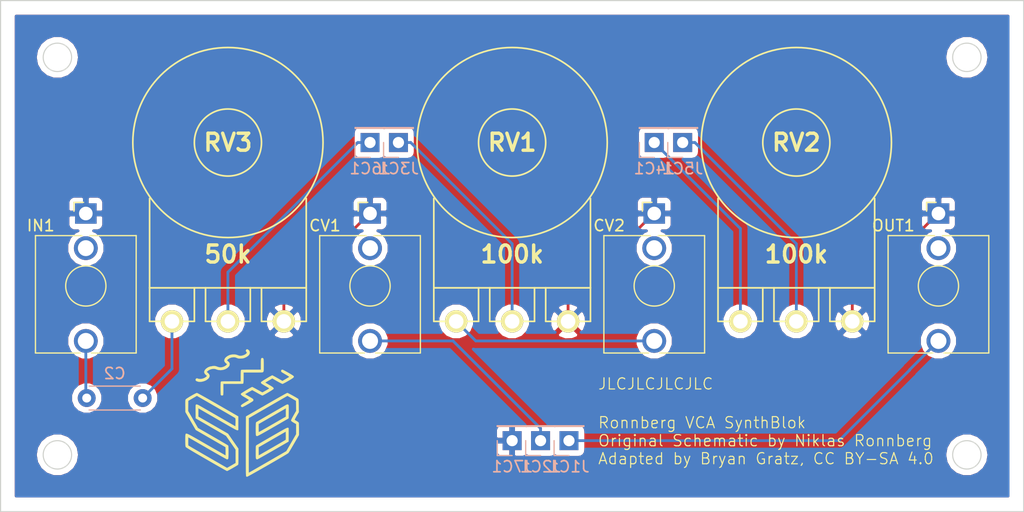
<source format=kicad_pcb>
(kicad_pcb (version 20171130) (host pcbnew "(5.0.2)-1")

  (general
    (thickness 1.6)
    (drawings 10)
    (tracks 42)
    (zones 0)
    (modules 17)
    (nets 11)
  )

  (page A4)
  (layers
    (0 F.Cu signal)
    (31 B.Cu signal)
    (32 B.Adhes user hide)
    (33 F.Adhes user hide)
    (34 B.Paste user hide)
    (35 F.Paste user hide)
    (36 B.SilkS user)
    (37 F.SilkS user)
    (38 B.Mask user)
    (39 F.Mask user)
    (40 Dwgs.User user)
    (41 Cmts.User user)
    (42 Eco1.User user hide)
    (43 Eco2.User user hide)
    (44 Edge.Cuts user)
    (45 Margin user)
    (46 B.CrtYd user hide)
    (47 F.CrtYd user hide)
    (48 B.Fab user)
    (49 F.Fab user)
  )

  (setup
    (last_trace_width 0.25)
    (trace_clearance 0.2)
    (zone_clearance 0.508)
    (zone_45_only no)
    (trace_min 0.2)
    (segment_width 0.2)
    (edge_width 0.1)
    (via_size 0.8)
    (via_drill 0.4)
    (via_min_size 0.4)
    (via_min_drill 0.3)
    (uvia_size 0.3)
    (uvia_drill 0.1)
    (uvias_allowed no)
    (uvia_min_size 0.2)
    (uvia_min_drill 0.1)
    (pcb_text_width 0.3)
    (pcb_text_size 1.5 1.5)
    (mod_edge_width 0.15)
    (mod_text_size 1 1)
    (mod_text_width 0.15)
    (pad_size 1.5 1.5)
    (pad_drill 0.6)
    (pad_to_mask_clearance 0)
    (solder_mask_min_width 0.25)
    (aux_axis_origin 0 0)
    (visible_elements 7FFFFFFF)
    (pcbplotparams
      (layerselection 0x010f0_ffffffff)
      (usegerberextensions false)
      (usegerberattributes false)
      (usegerberadvancedattributes false)
      (creategerberjobfile false)
      (excludeedgelayer true)
      (linewidth 0.100000)
      (plotframeref false)
      (viasonmask false)
      (mode 1)
      (useauxorigin false)
      (hpglpennumber 1)
      (hpglpenspeed 20)
      (hpglpendiameter 15.000000)
      (psnegative false)
      (psa4output false)
      (plotreference true)
      (plotvalue true)
      (plotinvisibletext false)
      (padsonsilk false)
      (subtractmaskfromsilk false)
      (outputformat 1)
      (mirror false)
      (drillshape 0)
      (scaleselection 1)
      (outputdirectory "gerbers/"))
  )

  (net 0 "")
  (net 1 "Net-(C2-Pad1)")
  (net 2 "Net-(C2-Pad2)")
  (net 3 "Net-(CV1-PadT)")
  (net 4 "Net-(CV2-PadT)")
  (net 5 "Net-(J1C1-Pad1)")
  (net 6 "Net-(J3C1-Pad1)")
  (net 7 "Net-(J4C1-Pad1)")
  (net 8 "Net-(J5C1-Pad1)")
  (net 9 "Net-(J6C1-Pad1)")
  (net 10 GND)

  (net_class Default "This is the default net class."
    (clearance 0.2)
    (trace_width 0.25)
    (via_dia 0.8)
    (via_drill 0.4)
    (uvia_dia 0.3)
    (uvia_drill 0.1)
    (add_net GND)
    (add_net "Net-(C2-Pad1)")
    (add_net "Net-(C2-Pad2)")
    (add_net "Net-(CV1-PadT)")
    (add_net "Net-(CV2-PadT)")
    (add_net "Net-(J1C1-Pad1)")
    (add_net "Net-(J3C1-Pad1)")
    (add_net "Net-(J4C1-Pad1)")
    (add_net "Net-(J5C1-Pad1)")
    (add_net "Net-(J6C1-Pad1)")
  )

  (module MyModules:RV16A-41-JRL (layer F.Cu) (tedit 5CC9D8C7) (tstamp 5CC6224D)
    (at 137.16 96.52)
    (path /5CB3A104)
    (fp_text reference RV1 (at 0 0) (layer F.SilkS)
      (effects (font (size 1.524 1.524) (thickness 0.3048)))
    )
    (fp_text value 100k (at 0 9.99998) (layer F.SilkS)
      (effects (font (size 1.524 1.524) (thickness 0.3048)))
    )
    (fp_circle (center 0 0) (end 0 8.5) (layer F.SilkS) (width 0.15))
    (fp_circle (center 0 0) (end 0 3) (layer F.SilkS) (width 0.15))
    (fp_line (start -7 16) (end -7 5) (layer F.SilkS) (width 0.15))
    (fp_line (start 7 16) (end 7 5) (layer F.SilkS) (width 0.15))
    (fp_line (start -7 13) (end 7 13) (layer F.SilkS) (width 0.15))
    (fp_line (start 3 16) (end 3 13) (layer F.SilkS) (width 0.15))
    (fp_line (start 7 16) (end 3 16) (layer F.SilkS) (width 0.15))
    (fp_line (start -2 16) (end -2 13) (layer F.SilkS) (width 0.15))
    (fp_line (start 2 16) (end -2 16) (layer F.SilkS) (width 0.15))
    (fp_line (start 2 13) (end 2 16) (layer F.SilkS) (width 0.15))
    (fp_line (start -3 16) (end -7 16) (layer F.SilkS) (width 0.15))
    (fp_line (start -3 13) (end -3 16) (layer F.SilkS) (width 0.15))
    (pad 1 thru_hole circle (at -5 16) (size 1.99898 1.99898) (drill 1.30048) (layers *.Cu *.Mask F.SilkS)
      (net 4 "Net-(CV2-PadT)"))
    (pad 3 thru_hole circle (at 5 16) (size 1.99898 1.99898) (drill 1.30048) (layers *.Cu *.Mask F.SilkS)
      (net 10 GND))
    (pad 2 thru_hole circle (at 0 16) (size 1.99898 1.99898) (drill 1.30048) (layers *.Cu *.Mask F.SilkS)
      (net 6 "Net-(J3C1-Pad1)"))
    (model "E:/Documents/KiCad/MyLibs/MyModules/3D models/VRML2/ALPHA-3RP-1610N.wrl"
      (offset (xyz 0 0 8.890000000000001))
      (scale (xyz 0.3937 0.3937 0.3937))
      (rotate (xyz 0 0 0))
    )
    (model ${KISYS3DMOD}/Potentiometer_THT.3dshapes/alpha1610n.step
      (offset (xyz 4.5 11 20.5))
      (scale (xyz 1 1 1))
      (rotate (xyz -90 0 0))
    )
  )

  (module MyModules:RV16A-41-JRL (layer F.Cu) (tedit 5CC9D8C7) (tstamp 5CC62260)
    (at 162.56 96.52)
    (path /5CB3A27F)
    (fp_text reference RV2 (at 0 0) (layer F.SilkS)
      (effects (font (size 1.524 1.524) (thickness 0.3048)))
    )
    (fp_text value 100k (at 0 9.99998) (layer F.SilkS)
      (effects (font (size 1.524 1.524) (thickness 0.3048)))
    )
    (fp_circle (center 0 0) (end 0 8.5) (layer F.SilkS) (width 0.15))
    (fp_circle (center 0 0) (end 0 3) (layer F.SilkS) (width 0.15))
    (fp_line (start -7 16) (end -7 5) (layer F.SilkS) (width 0.15))
    (fp_line (start 7 16) (end 7 5) (layer F.SilkS) (width 0.15))
    (fp_line (start -7 13) (end 7 13) (layer F.SilkS) (width 0.15))
    (fp_line (start 3 16) (end 3 13) (layer F.SilkS) (width 0.15))
    (fp_line (start 7 16) (end 3 16) (layer F.SilkS) (width 0.15))
    (fp_line (start -2 16) (end -2 13) (layer F.SilkS) (width 0.15))
    (fp_line (start 2 16) (end -2 16) (layer F.SilkS) (width 0.15))
    (fp_line (start 2 13) (end 2 16) (layer F.SilkS) (width 0.15))
    (fp_line (start -3 16) (end -7 16) (layer F.SilkS) (width 0.15))
    (fp_line (start -3 13) (end -3 16) (layer F.SilkS) (width 0.15))
    (pad 1 thru_hole circle (at -5 16) (size 1.99898 1.99898) (drill 1.30048) (layers *.Cu *.Mask F.SilkS)
      (net 7 "Net-(J4C1-Pad1)"))
    (pad 3 thru_hole circle (at 5 16) (size 1.99898 1.99898) (drill 1.30048) (layers *.Cu *.Mask F.SilkS)
      (net 10 GND))
    (pad 2 thru_hole circle (at 0 16) (size 1.99898 1.99898) (drill 1.30048) (layers *.Cu *.Mask F.SilkS)
      (net 8 "Net-(J5C1-Pad1)"))
    (model "E:/Documents/KiCad/MyLibs/MyModules/3D models/VRML2/ALPHA-3RP-1610N.wrl"
      (offset (xyz 0 0 8.890000000000001))
      (scale (xyz 0.3937 0.3937 0.3937))
      (rotate (xyz 0 0 0))
    )
    (model ${KISYS3DMOD}/Potentiometer_THT.3dshapes/alpha1610n.step
      (offset (xyz 4.5 11 20.5))
      (scale (xyz 1 1 1))
      (rotate (xyz -90 0 0))
    )
  )

  (module MyModules:RV16A-41-JRL (layer F.Cu) (tedit 5CC9D8C7) (tstamp 5CC62273)
    (at 111.76 96.52)
    (path /5CB3B3F4)
    (fp_text reference RV3 (at 0 0) (layer F.SilkS)
      (effects (font (size 1.524 1.524) (thickness 0.3048)))
    )
    (fp_text value 50k (at 0 9.99998) (layer F.SilkS)
      (effects (font (size 1.524 1.524) (thickness 0.3048)))
    )
    (fp_circle (center 0 0) (end 0 8.5) (layer F.SilkS) (width 0.15))
    (fp_circle (center 0 0) (end 0 3) (layer F.SilkS) (width 0.15))
    (fp_line (start -7 16) (end -7 5) (layer F.SilkS) (width 0.15))
    (fp_line (start 7 16) (end 7 5) (layer F.SilkS) (width 0.15))
    (fp_line (start -7 13) (end 7 13) (layer F.SilkS) (width 0.15))
    (fp_line (start 3 16) (end 3 13) (layer F.SilkS) (width 0.15))
    (fp_line (start 7 16) (end 3 16) (layer F.SilkS) (width 0.15))
    (fp_line (start -2 16) (end -2 13) (layer F.SilkS) (width 0.15))
    (fp_line (start 2 16) (end -2 16) (layer F.SilkS) (width 0.15))
    (fp_line (start 2 13) (end 2 16) (layer F.SilkS) (width 0.15))
    (fp_line (start -3 16) (end -7 16) (layer F.SilkS) (width 0.15))
    (fp_line (start -3 13) (end -3 16) (layer F.SilkS) (width 0.15))
    (pad 1 thru_hole circle (at -5 16) (size 1.99898 1.99898) (drill 1.30048) (layers *.Cu *.Mask F.SilkS)
      (net 1 "Net-(C2-Pad1)"))
    (pad 3 thru_hole circle (at 5 16) (size 1.99898 1.99898) (drill 1.30048) (layers *.Cu *.Mask F.SilkS)
      (net 10 GND))
    (pad 2 thru_hole circle (at 0 16) (size 1.99898 1.99898) (drill 1.30048) (layers *.Cu *.Mask F.SilkS)
      (net 9 "Net-(J6C1-Pad1)"))
    (model "E:/Documents/KiCad/MyLibs/MyModules/3D models/VRML2/ALPHA-3RP-1610N.wrl"
      (offset (xyz 0 0 8.890000000000001))
      (scale (xyz 0.3937 0.3937 0.3937))
      (rotate (xyz 0 0 0))
    )
    (model ${KISYS3DMOD}/Potentiometer_THT.3dshapes/alpha1610n.step
      (offset (xyz 4.5 11 20.5))
      (scale (xyz 1 1 1))
      (rotate (xyz -90 0 0))
    )
  )

  (module Connector_Audio-2:Jack_3.5mm_QingPu_WQP-PJ398SM_Vertical_CircularHoles (layer F.Cu) (tedit 5C2B6BB2) (tstamp 5CC62156)
    (at 124.46 102.87)
    (descr "TRS 3.5mm, vertical, Thonkiconn, PCB mount, (http://www.qingpu-electronics.com/en/products/WQP-PJ398SM-362.html)")
    (tags "WQP-PJ398SM WQP-PJ301M-12 TRS 3.5mm mono vertical jack thonkiconn qingpu")
    (path /5CB40844)
    (fp_text reference CV1 (at -4.03 1.08 180) (layer F.SilkS)
      (effects (font (size 1 1) (thickness 0.15)))
    )
    (fp_text value AudioJack2 (at 0 5 180) (layer F.Fab)
      (effects (font (size 1 1) (thickness 0.15)))
    )
    (fp_line (start 0 0) (end 0 2.03) (layer F.Fab) (width 0.1))
    (fp_circle (center 0 6.48) (end 1.8 6.48) (layer F.Fab) (width 0.1))
    (fp_line (start 4.5 2.03) (end -4.5 2.03) (layer F.Fab) (width 0.1))
    (fp_line (start 5 -1.42) (end -5 -1.42) (layer F.CrtYd) (width 0.05))
    (fp_line (start 5 12.98) (end -5 12.98) (layer F.CrtYd) (width 0.05))
    (fp_line (start 5 12.98) (end 5 -1.42) (layer F.CrtYd) (width 0.05))
    (fp_line (start 4.5 12.48) (end -4.5 12.48) (layer F.Fab) (width 0.1))
    (fp_line (start 4.5 12.48) (end 4.5 2.08) (layer F.Fab) (width 0.1))
    (fp_line (start -1.06 -1) (end -0.2 -1) (layer F.SilkS) (width 0.12))
    (fp_line (start -1.06 -1) (end -1.06 -0.2) (layer F.SilkS) (width 0.12))
    (fp_circle (center 0 6.48) (end 1.8 6.48) (layer F.SilkS) (width 0.12))
    (fp_line (start -0.35 1.98) (end -4.5 1.98) (layer F.SilkS) (width 0.12))
    (fp_line (start 4.5 1.98) (end 0.35 1.98) (layer F.SilkS) (width 0.12))
    (fp_line (start -0.5 12.48) (end -4.5 12.48) (layer F.SilkS) (width 0.12))
    (fp_line (start 4.5 12.48) (end 0.5 12.48) (layer F.SilkS) (width 0.12))
    (fp_line (start -1.41 6.02) (end -0.46 5.07) (layer Dwgs.User) (width 0.12))
    (fp_line (start -1.42 6.875) (end 0.4 5.06) (layer Dwgs.User) (width 0.12))
    (fp_line (start -1.07 7.49) (end 1.01 5.41) (layer Dwgs.User) (width 0.12))
    (fp_line (start -0.58 7.83) (end 1.36 5.89) (layer Dwgs.User) (width 0.12))
    (fp_line (start 0.09 7.96) (end 1.48 6.57) (layer Dwgs.User) (width 0.12))
    (fp_circle (center 0 6.48) (end 1.5 6.48) (layer Dwgs.User) (width 0.12))
    (fp_line (start 4.5 1.98) (end 4.5 12.48) (layer F.SilkS) (width 0.12))
    (fp_line (start -4.5 1.98) (end -4.5 12.48) (layer F.SilkS) (width 0.12))
    (fp_text user %R (at 0 8 180) (layer F.Fab)
      (effects (font (size 1 1) (thickness 0.15)))
    )
    (fp_line (start -4.5 12.48) (end -4.5 2.08) (layer F.Fab) (width 0.1))
    (fp_line (start -5 12.98) (end -5 -1.42) (layer F.CrtYd) (width 0.05))
    (fp_text user KEEPOUT (at 0 6.48) (layer Cmts.User)
      (effects (font (size 0.4 0.4) (thickness 0.051)))
    )
    (pad T thru_hole circle (at 0 11.4 180) (size 2.13 2.13) (drill 1.43) (layers *.Cu *.Mask)
      (net 3 "Net-(CV1-PadT)"))
    (pad S thru_hole rect (at 0 0 180) (size 1.93 1.83) (drill 1.22) (layers *.Cu *.Mask)
      (net 10 GND))
    (pad TN thru_hole circle (at 0 3.1 180) (size 2.13 2.13) (drill 1.42) (layers *.Cu *.Mask))
    (model ${KISYS3DMOD}/Connector_Audio.3dshapes/Jack_3.5mm_QingPu_WQP-PJ398SM_Vertical.wrl
      (at (xyz 0 0 0))
      (scale (xyz 1 1 1))
      (rotate (xyz 0 0 0))
    )
    (model ${KISYS3DMOD}/Connector_Audio.3dshapes/PJ301M-12.stp
      (offset (xyz 0 -7.25 0))
      (scale (xyz 1 1 1))
      (rotate (xyz 0 0 180))
    )
  )

  (module Connector_Audio-2:Jack_3.5mm_QingPu_WQP-PJ398SM_Vertical_CircularHoles (layer F.Cu) (tedit 5C2B6BB2) (tstamp 5CC62178)
    (at 149.86 102.87)
    (descr "TRS 3.5mm, vertical, Thonkiconn, PCB mount, (http://www.qingpu-electronics.com/en/products/WQP-PJ398SM-362.html)")
    (tags "WQP-PJ398SM WQP-PJ301M-12 TRS 3.5mm mono vertical jack thonkiconn qingpu")
    (path /5CB42928)
    (fp_text reference CV2 (at -4.03 1.08 180) (layer F.SilkS)
      (effects (font (size 1 1) (thickness 0.15)))
    )
    (fp_text value AudioJack2 (at 0 5 180) (layer F.Fab)
      (effects (font (size 1 1) (thickness 0.15)))
    )
    (fp_line (start 0 0) (end 0 2.03) (layer F.Fab) (width 0.1))
    (fp_circle (center 0 6.48) (end 1.8 6.48) (layer F.Fab) (width 0.1))
    (fp_line (start 4.5 2.03) (end -4.5 2.03) (layer F.Fab) (width 0.1))
    (fp_line (start 5 -1.42) (end -5 -1.42) (layer F.CrtYd) (width 0.05))
    (fp_line (start 5 12.98) (end -5 12.98) (layer F.CrtYd) (width 0.05))
    (fp_line (start 5 12.98) (end 5 -1.42) (layer F.CrtYd) (width 0.05))
    (fp_line (start 4.5 12.48) (end -4.5 12.48) (layer F.Fab) (width 0.1))
    (fp_line (start 4.5 12.48) (end 4.5 2.08) (layer F.Fab) (width 0.1))
    (fp_line (start -1.06 -1) (end -0.2 -1) (layer F.SilkS) (width 0.12))
    (fp_line (start -1.06 -1) (end -1.06 -0.2) (layer F.SilkS) (width 0.12))
    (fp_circle (center 0 6.48) (end 1.8 6.48) (layer F.SilkS) (width 0.12))
    (fp_line (start -0.35 1.98) (end -4.5 1.98) (layer F.SilkS) (width 0.12))
    (fp_line (start 4.5 1.98) (end 0.35 1.98) (layer F.SilkS) (width 0.12))
    (fp_line (start -0.5 12.48) (end -4.5 12.48) (layer F.SilkS) (width 0.12))
    (fp_line (start 4.5 12.48) (end 0.5 12.48) (layer F.SilkS) (width 0.12))
    (fp_line (start -1.41 6.02) (end -0.46 5.07) (layer Dwgs.User) (width 0.12))
    (fp_line (start -1.42 6.875) (end 0.4 5.06) (layer Dwgs.User) (width 0.12))
    (fp_line (start -1.07 7.49) (end 1.01 5.41) (layer Dwgs.User) (width 0.12))
    (fp_line (start -0.58 7.83) (end 1.36 5.89) (layer Dwgs.User) (width 0.12))
    (fp_line (start 0.09 7.96) (end 1.48 6.57) (layer Dwgs.User) (width 0.12))
    (fp_circle (center 0 6.48) (end 1.5 6.48) (layer Dwgs.User) (width 0.12))
    (fp_line (start 4.5 1.98) (end 4.5 12.48) (layer F.SilkS) (width 0.12))
    (fp_line (start -4.5 1.98) (end -4.5 12.48) (layer F.SilkS) (width 0.12))
    (fp_text user %R (at 0 8 180) (layer F.Fab)
      (effects (font (size 1 1) (thickness 0.15)))
    )
    (fp_line (start -4.5 12.48) (end -4.5 2.08) (layer F.Fab) (width 0.1))
    (fp_line (start -5 12.98) (end -5 -1.42) (layer F.CrtYd) (width 0.05))
    (fp_text user KEEPOUT (at 0 6.48) (layer Cmts.User)
      (effects (font (size 0.4 0.4) (thickness 0.051)))
    )
    (pad T thru_hole circle (at 0 11.4 180) (size 2.13 2.13) (drill 1.43) (layers *.Cu *.Mask)
      (net 4 "Net-(CV2-PadT)"))
    (pad S thru_hole rect (at 0 0 180) (size 1.93 1.83) (drill 1.22) (layers *.Cu *.Mask)
      (net 10 GND))
    (pad TN thru_hole circle (at 0 3.1 180) (size 2.13 2.13) (drill 1.42) (layers *.Cu *.Mask))
    (model ${KISYS3DMOD}/Connector_Audio.3dshapes/Jack_3.5mm_QingPu_WQP-PJ398SM_Vertical.wrl
      (at (xyz 0 0 0))
      (scale (xyz 1 1 1))
      (rotate (xyz 0 0 0))
    )
    (model ${KISYS3DMOD}/Connector_Audio.3dshapes/PJ301M-12.stp
      (offset (xyz 0 -7.25 0))
      (scale (xyz 1 1 1))
      (rotate (xyz 0 0 180))
    )
  )

  (module Connector_Audio-2:Jack_3.5mm_QingPu_WQP-PJ398SM_Vertical_CircularHoles (layer F.Cu) (tedit 5C2B6BB2) (tstamp 5CC6219A)
    (at 99.06 102.87)
    (descr "TRS 3.5mm, vertical, Thonkiconn, PCB mount, (http://www.qingpu-electronics.com/en/products/WQP-PJ398SM-362.html)")
    (tags "WQP-PJ398SM WQP-PJ301M-12 TRS 3.5mm mono vertical jack thonkiconn qingpu")
    (path /5CB44A22)
    (fp_text reference IN1 (at -4.03 1.08 180) (layer F.SilkS)
      (effects (font (size 1 1) (thickness 0.15)))
    )
    (fp_text value AudioJack2 (at 0 5 180) (layer F.Fab)
      (effects (font (size 1 1) (thickness 0.15)))
    )
    (fp_line (start 0 0) (end 0 2.03) (layer F.Fab) (width 0.1))
    (fp_circle (center 0 6.48) (end 1.8 6.48) (layer F.Fab) (width 0.1))
    (fp_line (start 4.5 2.03) (end -4.5 2.03) (layer F.Fab) (width 0.1))
    (fp_line (start 5 -1.42) (end -5 -1.42) (layer F.CrtYd) (width 0.05))
    (fp_line (start 5 12.98) (end -5 12.98) (layer F.CrtYd) (width 0.05))
    (fp_line (start 5 12.98) (end 5 -1.42) (layer F.CrtYd) (width 0.05))
    (fp_line (start 4.5 12.48) (end -4.5 12.48) (layer F.Fab) (width 0.1))
    (fp_line (start 4.5 12.48) (end 4.5 2.08) (layer F.Fab) (width 0.1))
    (fp_line (start -1.06 -1) (end -0.2 -1) (layer F.SilkS) (width 0.12))
    (fp_line (start -1.06 -1) (end -1.06 -0.2) (layer F.SilkS) (width 0.12))
    (fp_circle (center 0 6.48) (end 1.8 6.48) (layer F.SilkS) (width 0.12))
    (fp_line (start -0.35 1.98) (end -4.5 1.98) (layer F.SilkS) (width 0.12))
    (fp_line (start 4.5 1.98) (end 0.35 1.98) (layer F.SilkS) (width 0.12))
    (fp_line (start -0.5 12.48) (end -4.5 12.48) (layer F.SilkS) (width 0.12))
    (fp_line (start 4.5 12.48) (end 0.5 12.48) (layer F.SilkS) (width 0.12))
    (fp_line (start -1.41 6.02) (end -0.46 5.07) (layer Dwgs.User) (width 0.12))
    (fp_line (start -1.42 6.875) (end 0.4 5.06) (layer Dwgs.User) (width 0.12))
    (fp_line (start -1.07 7.49) (end 1.01 5.41) (layer Dwgs.User) (width 0.12))
    (fp_line (start -0.58 7.83) (end 1.36 5.89) (layer Dwgs.User) (width 0.12))
    (fp_line (start 0.09 7.96) (end 1.48 6.57) (layer Dwgs.User) (width 0.12))
    (fp_circle (center 0 6.48) (end 1.5 6.48) (layer Dwgs.User) (width 0.12))
    (fp_line (start 4.5 1.98) (end 4.5 12.48) (layer F.SilkS) (width 0.12))
    (fp_line (start -4.5 1.98) (end -4.5 12.48) (layer F.SilkS) (width 0.12))
    (fp_text user %R (at 0 8 180) (layer F.Fab)
      (effects (font (size 1 1) (thickness 0.15)))
    )
    (fp_line (start -4.5 12.48) (end -4.5 2.08) (layer F.Fab) (width 0.1))
    (fp_line (start -5 12.98) (end -5 -1.42) (layer F.CrtYd) (width 0.05))
    (fp_text user KEEPOUT (at 0 6.48) (layer Cmts.User)
      (effects (font (size 0.4 0.4) (thickness 0.051)))
    )
    (pad T thru_hole circle (at 0 11.4 180) (size 2.13 2.13) (drill 1.43) (layers *.Cu *.Mask)
      (net 2 "Net-(C2-Pad2)"))
    (pad S thru_hole rect (at 0 0 180) (size 1.93 1.83) (drill 1.22) (layers *.Cu *.Mask)
      (net 10 GND))
    (pad TN thru_hole circle (at 0 3.1 180) (size 2.13 2.13) (drill 1.42) (layers *.Cu *.Mask))
    (model ${KISYS3DMOD}/Connector_Audio.3dshapes/Jack_3.5mm_QingPu_WQP-PJ398SM_Vertical.wrl
      (at (xyz 0 0 0))
      (scale (xyz 1 1 1))
      (rotate (xyz 0 0 0))
    )
    (model ${KISYS3DMOD}/Connector_Audio.3dshapes/PJ301M-12.stp
      (offset (xyz 0 -7.25 0))
      (scale (xyz 1 1 1))
      (rotate (xyz 0 0 180))
    )
  )

  (module Connector_Audio-2:Jack_3.5mm_QingPu_WQP-PJ398SM_Vertical_CircularHoles (layer F.Cu) (tedit 5C2B6BB2) (tstamp 5CC6223A)
    (at 175.26 102.87)
    (descr "TRS 3.5mm, vertical, Thonkiconn, PCB mount, (http://www.qingpu-electronics.com/en/products/WQP-PJ398SM-362.html)")
    (tags "WQP-PJ398SM WQP-PJ301M-12 TRS 3.5mm mono vertical jack thonkiconn qingpu")
    (path /5CB45CD2)
    (fp_text reference OUT1 (at -4.03 1.08 180) (layer F.SilkS)
      (effects (font (size 1 1) (thickness 0.15)))
    )
    (fp_text value AudioJack2 (at 0 5 180) (layer F.Fab)
      (effects (font (size 1 1) (thickness 0.15)))
    )
    (fp_line (start 0 0) (end 0 2.03) (layer F.Fab) (width 0.1))
    (fp_circle (center 0 6.48) (end 1.8 6.48) (layer F.Fab) (width 0.1))
    (fp_line (start 4.5 2.03) (end -4.5 2.03) (layer F.Fab) (width 0.1))
    (fp_line (start 5 -1.42) (end -5 -1.42) (layer F.CrtYd) (width 0.05))
    (fp_line (start 5 12.98) (end -5 12.98) (layer F.CrtYd) (width 0.05))
    (fp_line (start 5 12.98) (end 5 -1.42) (layer F.CrtYd) (width 0.05))
    (fp_line (start 4.5 12.48) (end -4.5 12.48) (layer F.Fab) (width 0.1))
    (fp_line (start 4.5 12.48) (end 4.5 2.08) (layer F.Fab) (width 0.1))
    (fp_line (start -1.06 -1) (end -0.2 -1) (layer F.SilkS) (width 0.12))
    (fp_line (start -1.06 -1) (end -1.06 -0.2) (layer F.SilkS) (width 0.12))
    (fp_circle (center 0 6.48) (end 1.8 6.48) (layer F.SilkS) (width 0.12))
    (fp_line (start -0.35 1.98) (end -4.5 1.98) (layer F.SilkS) (width 0.12))
    (fp_line (start 4.5 1.98) (end 0.35 1.98) (layer F.SilkS) (width 0.12))
    (fp_line (start -0.5 12.48) (end -4.5 12.48) (layer F.SilkS) (width 0.12))
    (fp_line (start 4.5 12.48) (end 0.5 12.48) (layer F.SilkS) (width 0.12))
    (fp_line (start -1.41 6.02) (end -0.46 5.07) (layer Dwgs.User) (width 0.12))
    (fp_line (start -1.42 6.875) (end 0.4 5.06) (layer Dwgs.User) (width 0.12))
    (fp_line (start -1.07 7.49) (end 1.01 5.41) (layer Dwgs.User) (width 0.12))
    (fp_line (start -0.58 7.83) (end 1.36 5.89) (layer Dwgs.User) (width 0.12))
    (fp_line (start 0.09 7.96) (end 1.48 6.57) (layer Dwgs.User) (width 0.12))
    (fp_circle (center 0 6.48) (end 1.5 6.48) (layer Dwgs.User) (width 0.12))
    (fp_line (start 4.5 1.98) (end 4.5 12.48) (layer F.SilkS) (width 0.12))
    (fp_line (start -4.5 1.98) (end -4.5 12.48) (layer F.SilkS) (width 0.12))
    (fp_text user %R (at 0 8 180) (layer F.Fab)
      (effects (font (size 1 1) (thickness 0.15)))
    )
    (fp_line (start -4.5 12.48) (end -4.5 2.08) (layer F.Fab) (width 0.1))
    (fp_line (start -5 12.98) (end -5 -1.42) (layer F.CrtYd) (width 0.05))
    (fp_text user KEEPOUT (at 0 6.48) (layer Cmts.User)
      (effects (font (size 0.4 0.4) (thickness 0.051)))
    )
    (pad T thru_hole circle (at 0 11.4 180) (size 2.13 2.13) (drill 1.43) (layers *.Cu *.Mask)
      (net 5 "Net-(J1C1-Pad1)"))
    (pad S thru_hole rect (at 0 0 180) (size 1.93 1.83) (drill 1.22) (layers *.Cu *.Mask)
      (net 10 GND))
    (pad TN thru_hole circle (at 0 3.1 180) (size 2.13 2.13) (drill 1.42) (layers *.Cu *.Mask))
    (model ${KISYS3DMOD}/Connector_Audio.3dshapes/Jack_3.5mm_QingPu_WQP-PJ398SM_Vertical.wrl
      (at (xyz 0 0 0))
      (scale (xyz 1 1 1))
      (rotate (xyz 0 0 0))
    )
    (model ${KISYS3DMOD}/Connector_Audio.3dshapes/PJ301M-12.stp
      (offset (xyz 0 -7.25 0))
      (scale (xyz 1 1 1))
      (rotate (xyz 0 0 180))
    )
  )

  (module Capacitor_THT:C_Disc_D4.3mm_W1.9mm_P5.00mm (layer B.Cu) (tedit 5AE50EF0) (tstamp 5CC62134)
    (at 104.14 119.38 180)
    (descr "C, Disc series, Radial, pin pitch=5.00mm, , diameter*width=4.3*1.9mm^2, Capacitor, http://www.vishay.com/docs/45233/krseries.pdf")
    (tags "C Disc series Radial pin pitch 5.00mm  diameter 4.3mm width 1.9mm Capacitor")
    (path /5CB3B457)
    (fp_text reference C2 (at 2.5 2.2 180) (layer B.SilkS)
      (effects (font (size 1 1) (thickness 0.15)) (justify mirror))
    )
    (fp_text value 10uF (at 2.5 -2.2 180) (layer B.Fab)
      (effects (font (size 1 1) (thickness 0.15)) (justify mirror))
    )
    (fp_line (start 0.35 0.95) (end 0.35 -0.95) (layer B.Fab) (width 0.1))
    (fp_line (start 0.35 -0.95) (end 4.65 -0.95) (layer B.Fab) (width 0.1))
    (fp_line (start 4.65 -0.95) (end 4.65 0.95) (layer B.Fab) (width 0.1))
    (fp_line (start 4.65 0.95) (end 0.35 0.95) (layer B.Fab) (width 0.1))
    (fp_line (start 0.23 1.07) (end 4.77 1.07) (layer B.SilkS) (width 0.12))
    (fp_line (start 0.23 -1.07) (end 4.77 -1.07) (layer B.SilkS) (width 0.12))
    (fp_line (start 0.23 1.07) (end 0.23 1.055) (layer B.SilkS) (width 0.12))
    (fp_line (start 0.23 -1.055) (end 0.23 -1.07) (layer B.SilkS) (width 0.12))
    (fp_line (start 4.77 1.07) (end 4.77 1.055) (layer B.SilkS) (width 0.12))
    (fp_line (start 4.77 -1.055) (end 4.77 -1.07) (layer B.SilkS) (width 0.12))
    (fp_line (start -1.05 1.2) (end -1.05 -1.2) (layer B.CrtYd) (width 0.05))
    (fp_line (start -1.05 -1.2) (end 6.05 -1.2) (layer B.CrtYd) (width 0.05))
    (fp_line (start 6.05 -1.2) (end 6.05 1.2) (layer B.CrtYd) (width 0.05))
    (fp_line (start 6.05 1.2) (end -1.05 1.2) (layer B.CrtYd) (width 0.05))
    (fp_text user %R (at 2.5 0 180) (layer B.Fab)
      (effects (font (size 0.86 0.86) (thickness 0.129)) (justify mirror))
    )
    (pad 1 thru_hole circle (at 0 0 180) (size 1.6 1.6) (drill 0.8) (layers *.Cu *.Mask)
      (net 1 "Net-(C2-Pad1)"))
    (pad 2 thru_hole circle (at 5 0 180) (size 1.6 1.6) (drill 0.8) (layers *.Cu *.Mask)
      (net 2 "Net-(C2-Pad2)"))
    (model ${KISYS3DMOD}/Capacitor_THT.3dshapes/C_Disc_D4.3mm_W1.9mm_P5.00mm.wrl
      (at (xyz 0 0 0))
      (scale (xyz 1 1 1))
      (rotate (xyz 0 0 0))
    )
  )

  (module Connector_PinHeader_2.54mm:PinHeader_1x01_P2.54mm_Vertical (layer B.Cu) (tedit 59FED5CC) (tstamp 5CC621AF)
    (at 142.24 123.19)
    (descr "Through hole straight pin header, 1x01, 2.54mm pitch, single row")
    (tags "Through hole pin header THT 1x01 2.54mm single row")
    (path /5CC6E93C)
    (fp_text reference J1C1 (at 0 2.33) (layer B.SilkS)
      (effects (font (size 1 1) (thickness 0.15)) (justify mirror))
    )
    (fp_text value Conn_01x01 (at 0 -2.33) (layer B.Fab)
      (effects (font (size 1 1) (thickness 0.15)) (justify mirror))
    )
    (fp_line (start -0.635 1.27) (end 1.27 1.27) (layer B.Fab) (width 0.1))
    (fp_line (start 1.27 1.27) (end 1.27 -1.27) (layer B.Fab) (width 0.1))
    (fp_line (start 1.27 -1.27) (end -1.27 -1.27) (layer B.Fab) (width 0.1))
    (fp_line (start -1.27 -1.27) (end -1.27 0.635) (layer B.Fab) (width 0.1))
    (fp_line (start -1.27 0.635) (end -0.635 1.27) (layer B.Fab) (width 0.1))
    (fp_line (start -1.33 -1.33) (end 1.33 -1.33) (layer B.SilkS) (width 0.12))
    (fp_line (start -1.33 -1.27) (end -1.33 -1.33) (layer B.SilkS) (width 0.12))
    (fp_line (start 1.33 -1.27) (end 1.33 -1.33) (layer B.SilkS) (width 0.12))
    (fp_line (start -1.33 -1.27) (end 1.33 -1.27) (layer B.SilkS) (width 0.12))
    (fp_line (start -1.33 0) (end -1.33 1.33) (layer B.SilkS) (width 0.12))
    (fp_line (start -1.33 1.33) (end 0 1.33) (layer B.SilkS) (width 0.12))
    (fp_line (start -1.8 1.8) (end -1.8 -1.8) (layer B.CrtYd) (width 0.05))
    (fp_line (start -1.8 -1.8) (end 1.8 -1.8) (layer B.CrtYd) (width 0.05))
    (fp_line (start 1.8 -1.8) (end 1.8 1.8) (layer B.CrtYd) (width 0.05))
    (fp_line (start 1.8 1.8) (end -1.8 1.8) (layer B.CrtYd) (width 0.05))
    (fp_text user %R (at 0 0 -90) (layer B.Fab)
      (effects (font (size 1 1) (thickness 0.15)) (justify mirror))
    )
    (pad 1 thru_hole rect (at 0 0) (size 1.7 1.7) (drill 1) (layers *.Cu *.Mask)
      (net 5 "Net-(J1C1-Pad1)"))
    (model ${KISYS3DMOD}/Connector_PinHeader_2.54mm.3dshapes/PinHeader_1x01_P2.54mm_Vertical.wrl
      (at (xyz 0 0 0))
      (scale (xyz 1 1 1))
      (rotate (xyz 0 0 0))
    )
  )

  (module Connector_PinHeader_2.54mm:PinHeader_1x01_P2.54mm_Vertical (layer B.Cu) (tedit 59FED5CC) (tstamp 5CC621C4)
    (at 139.7 123.19)
    (descr "Through hole straight pin header, 1x01, 2.54mm pitch, single row")
    (tags "Through hole pin header THT 1x01 2.54mm single row")
    (path /5CC70CA3)
    (fp_text reference J2C1 (at 0 2.33) (layer B.SilkS)
      (effects (font (size 1 1) (thickness 0.15)) (justify mirror))
    )
    (fp_text value Conn_01x01 (at 0 -2.33) (layer B.Fab)
      (effects (font (size 1 1) (thickness 0.15)) (justify mirror))
    )
    (fp_text user %R (at 0 0 -90) (layer B.Fab)
      (effects (font (size 1 1) (thickness 0.15)) (justify mirror))
    )
    (fp_line (start 1.8 1.8) (end -1.8 1.8) (layer B.CrtYd) (width 0.05))
    (fp_line (start 1.8 -1.8) (end 1.8 1.8) (layer B.CrtYd) (width 0.05))
    (fp_line (start -1.8 -1.8) (end 1.8 -1.8) (layer B.CrtYd) (width 0.05))
    (fp_line (start -1.8 1.8) (end -1.8 -1.8) (layer B.CrtYd) (width 0.05))
    (fp_line (start -1.33 1.33) (end 0 1.33) (layer B.SilkS) (width 0.12))
    (fp_line (start -1.33 0) (end -1.33 1.33) (layer B.SilkS) (width 0.12))
    (fp_line (start -1.33 -1.27) (end 1.33 -1.27) (layer B.SilkS) (width 0.12))
    (fp_line (start 1.33 -1.27) (end 1.33 -1.33) (layer B.SilkS) (width 0.12))
    (fp_line (start -1.33 -1.27) (end -1.33 -1.33) (layer B.SilkS) (width 0.12))
    (fp_line (start -1.33 -1.33) (end 1.33 -1.33) (layer B.SilkS) (width 0.12))
    (fp_line (start -1.27 0.635) (end -0.635 1.27) (layer B.Fab) (width 0.1))
    (fp_line (start -1.27 -1.27) (end -1.27 0.635) (layer B.Fab) (width 0.1))
    (fp_line (start 1.27 -1.27) (end -1.27 -1.27) (layer B.Fab) (width 0.1))
    (fp_line (start 1.27 1.27) (end 1.27 -1.27) (layer B.Fab) (width 0.1))
    (fp_line (start -0.635 1.27) (end 1.27 1.27) (layer B.Fab) (width 0.1))
    (pad 1 thru_hole rect (at 0 0) (size 1.7 1.7) (drill 1) (layers *.Cu *.Mask)
      (net 3 "Net-(CV1-PadT)"))
    (model ${KISYS3DMOD}/Connector_PinHeader_2.54mm.3dshapes/PinHeader_1x01_P2.54mm_Vertical.wrl
      (at (xyz 0 0 0))
      (scale (xyz 1 1 1))
      (rotate (xyz 0 0 0))
    )
  )

  (module Connector_PinHeader_2.54mm:PinHeader_1x01_P2.54mm_Vertical (layer B.Cu) (tedit 59FED5CC) (tstamp 5CC621D9)
    (at 127 96.52)
    (descr "Through hole straight pin header, 1x01, 2.54mm pitch, single row")
    (tags "Through hole pin header THT 1x01 2.54mm single row")
    (path /5CC73F66)
    (fp_text reference J3C1 (at 0 2.33) (layer B.SilkS)
      (effects (font (size 1 1) (thickness 0.15)) (justify mirror))
    )
    (fp_text value Conn_01x01 (at 0 -2.33) (layer B.Fab)
      (effects (font (size 1 1) (thickness 0.15)) (justify mirror))
    )
    (fp_line (start -0.635 1.27) (end 1.27 1.27) (layer B.Fab) (width 0.1))
    (fp_line (start 1.27 1.27) (end 1.27 -1.27) (layer B.Fab) (width 0.1))
    (fp_line (start 1.27 -1.27) (end -1.27 -1.27) (layer B.Fab) (width 0.1))
    (fp_line (start -1.27 -1.27) (end -1.27 0.635) (layer B.Fab) (width 0.1))
    (fp_line (start -1.27 0.635) (end -0.635 1.27) (layer B.Fab) (width 0.1))
    (fp_line (start -1.33 -1.33) (end 1.33 -1.33) (layer B.SilkS) (width 0.12))
    (fp_line (start -1.33 -1.27) (end -1.33 -1.33) (layer B.SilkS) (width 0.12))
    (fp_line (start 1.33 -1.27) (end 1.33 -1.33) (layer B.SilkS) (width 0.12))
    (fp_line (start -1.33 -1.27) (end 1.33 -1.27) (layer B.SilkS) (width 0.12))
    (fp_line (start -1.33 0) (end -1.33 1.33) (layer B.SilkS) (width 0.12))
    (fp_line (start -1.33 1.33) (end 0 1.33) (layer B.SilkS) (width 0.12))
    (fp_line (start -1.8 1.8) (end -1.8 -1.8) (layer B.CrtYd) (width 0.05))
    (fp_line (start -1.8 -1.8) (end 1.8 -1.8) (layer B.CrtYd) (width 0.05))
    (fp_line (start 1.8 -1.8) (end 1.8 1.8) (layer B.CrtYd) (width 0.05))
    (fp_line (start 1.8 1.8) (end -1.8 1.8) (layer B.CrtYd) (width 0.05))
    (fp_text user %R (at 0 0 -90) (layer B.Fab)
      (effects (font (size 1 1) (thickness 0.15)) (justify mirror))
    )
    (pad 1 thru_hole rect (at 0 0) (size 1.7 1.7) (drill 1) (layers *.Cu *.Mask)
      (net 6 "Net-(J3C1-Pad1)"))
    (model ${KISYS3DMOD}/Connector_PinHeader_2.54mm.3dshapes/PinHeader_1x01_P2.54mm_Vertical.wrl
      (at (xyz 0 0 0))
      (scale (xyz 1 1 1))
      (rotate (xyz 0 0 0))
    )
  )

  (module Connector_PinHeader_2.54mm:PinHeader_1x01_P2.54mm_Vertical (layer B.Cu) (tedit 59FED5CC) (tstamp 5CC621EE)
    (at 149.86 96.52)
    (descr "Through hole straight pin header, 1x01, 2.54mm pitch, single row")
    (tags "Through hole pin header THT 1x01 2.54mm single row")
    (path /5CC7C47A)
    (fp_text reference J4C1 (at 0 2.33) (layer B.SilkS)
      (effects (font (size 1 1) (thickness 0.15)) (justify mirror))
    )
    (fp_text value Conn_01x01 (at 0 -2.33) (layer B.Fab)
      (effects (font (size 1 1) (thickness 0.15)) (justify mirror))
    )
    (fp_text user %R (at 0 0 -90) (layer B.Fab)
      (effects (font (size 1 1) (thickness 0.15)) (justify mirror))
    )
    (fp_line (start 1.8 1.8) (end -1.8 1.8) (layer B.CrtYd) (width 0.05))
    (fp_line (start 1.8 -1.8) (end 1.8 1.8) (layer B.CrtYd) (width 0.05))
    (fp_line (start -1.8 -1.8) (end 1.8 -1.8) (layer B.CrtYd) (width 0.05))
    (fp_line (start -1.8 1.8) (end -1.8 -1.8) (layer B.CrtYd) (width 0.05))
    (fp_line (start -1.33 1.33) (end 0 1.33) (layer B.SilkS) (width 0.12))
    (fp_line (start -1.33 0) (end -1.33 1.33) (layer B.SilkS) (width 0.12))
    (fp_line (start -1.33 -1.27) (end 1.33 -1.27) (layer B.SilkS) (width 0.12))
    (fp_line (start 1.33 -1.27) (end 1.33 -1.33) (layer B.SilkS) (width 0.12))
    (fp_line (start -1.33 -1.27) (end -1.33 -1.33) (layer B.SilkS) (width 0.12))
    (fp_line (start -1.33 -1.33) (end 1.33 -1.33) (layer B.SilkS) (width 0.12))
    (fp_line (start -1.27 0.635) (end -0.635 1.27) (layer B.Fab) (width 0.1))
    (fp_line (start -1.27 -1.27) (end -1.27 0.635) (layer B.Fab) (width 0.1))
    (fp_line (start 1.27 -1.27) (end -1.27 -1.27) (layer B.Fab) (width 0.1))
    (fp_line (start 1.27 1.27) (end 1.27 -1.27) (layer B.Fab) (width 0.1))
    (fp_line (start -0.635 1.27) (end 1.27 1.27) (layer B.Fab) (width 0.1))
    (pad 1 thru_hole rect (at 0 0) (size 1.7 1.7) (drill 1) (layers *.Cu *.Mask)
      (net 7 "Net-(J4C1-Pad1)"))
    (model ${KISYS3DMOD}/Connector_PinHeader_2.54mm.3dshapes/PinHeader_1x01_P2.54mm_Vertical.wrl
      (at (xyz 0 0 0))
      (scale (xyz 1 1 1))
      (rotate (xyz 0 0 0))
    )
  )

  (module Connector_PinHeader_2.54mm:PinHeader_1x01_P2.54mm_Vertical (layer B.Cu) (tedit 59FED5CC) (tstamp 5CC62203)
    (at 152.4 96.52)
    (descr "Through hole straight pin header, 1x01, 2.54mm pitch, single row")
    (tags "Through hole pin header THT 1x01 2.54mm single row")
    (path /5CC7C55D)
    (fp_text reference J5C1 (at 0 2.33) (layer B.SilkS)
      (effects (font (size 1 1) (thickness 0.15)) (justify mirror))
    )
    (fp_text value Conn_01x01 (at 0 -2.33) (layer B.Fab)
      (effects (font (size 1 1) (thickness 0.15)) (justify mirror))
    )
    (fp_line (start -0.635 1.27) (end 1.27 1.27) (layer B.Fab) (width 0.1))
    (fp_line (start 1.27 1.27) (end 1.27 -1.27) (layer B.Fab) (width 0.1))
    (fp_line (start 1.27 -1.27) (end -1.27 -1.27) (layer B.Fab) (width 0.1))
    (fp_line (start -1.27 -1.27) (end -1.27 0.635) (layer B.Fab) (width 0.1))
    (fp_line (start -1.27 0.635) (end -0.635 1.27) (layer B.Fab) (width 0.1))
    (fp_line (start -1.33 -1.33) (end 1.33 -1.33) (layer B.SilkS) (width 0.12))
    (fp_line (start -1.33 -1.27) (end -1.33 -1.33) (layer B.SilkS) (width 0.12))
    (fp_line (start 1.33 -1.27) (end 1.33 -1.33) (layer B.SilkS) (width 0.12))
    (fp_line (start -1.33 -1.27) (end 1.33 -1.27) (layer B.SilkS) (width 0.12))
    (fp_line (start -1.33 0) (end -1.33 1.33) (layer B.SilkS) (width 0.12))
    (fp_line (start -1.33 1.33) (end 0 1.33) (layer B.SilkS) (width 0.12))
    (fp_line (start -1.8 1.8) (end -1.8 -1.8) (layer B.CrtYd) (width 0.05))
    (fp_line (start -1.8 -1.8) (end 1.8 -1.8) (layer B.CrtYd) (width 0.05))
    (fp_line (start 1.8 -1.8) (end 1.8 1.8) (layer B.CrtYd) (width 0.05))
    (fp_line (start 1.8 1.8) (end -1.8 1.8) (layer B.CrtYd) (width 0.05))
    (fp_text user %R (at 0 0 -90) (layer B.Fab)
      (effects (font (size 1 1) (thickness 0.15)) (justify mirror))
    )
    (pad 1 thru_hole rect (at 0 0) (size 1.7 1.7) (drill 1) (layers *.Cu *.Mask)
      (net 8 "Net-(J5C1-Pad1)"))
    (model ${KISYS3DMOD}/Connector_PinHeader_2.54mm.3dshapes/PinHeader_1x01_P2.54mm_Vertical.wrl
      (at (xyz 0 0 0))
      (scale (xyz 1 1 1))
      (rotate (xyz 0 0 0))
    )
  )

  (module Connector_PinHeader_2.54mm:PinHeader_1x01_P2.54mm_Vertical (layer B.Cu) (tedit 59FED5CC) (tstamp 5CC62218)
    (at 124.46 96.52)
    (descr "Through hole straight pin header, 1x01, 2.54mm pitch, single row")
    (tags "Through hole pin header THT 1x01 2.54mm single row")
    (path /5CC7DDCB)
    (fp_text reference J6C1 (at 0 2.33) (layer B.SilkS)
      (effects (font (size 1 1) (thickness 0.15)) (justify mirror))
    )
    (fp_text value Conn_01x01 (at 0 -2.33) (layer B.Fab)
      (effects (font (size 1 1) (thickness 0.15)) (justify mirror))
    )
    (fp_text user %R (at 0 0 -90) (layer B.Fab)
      (effects (font (size 1 1) (thickness 0.15)) (justify mirror))
    )
    (fp_line (start 1.8 1.8) (end -1.8 1.8) (layer B.CrtYd) (width 0.05))
    (fp_line (start 1.8 -1.8) (end 1.8 1.8) (layer B.CrtYd) (width 0.05))
    (fp_line (start -1.8 -1.8) (end 1.8 -1.8) (layer B.CrtYd) (width 0.05))
    (fp_line (start -1.8 1.8) (end -1.8 -1.8) (layer B.CrtYd) (width 0.05))
    (fp_line (start -1.33 1.33) (end 0 1.33) (layer B.SilkS) (width 0.12))
    (fp_line (start -1.33 0) (end -1.33 1.33) (layer B.SilkS) (width 0.12))
    (fp_line (start -1.33 -1.27) (end 1.33 -1.27) (layer B.SilkS) (width 0.12))
    (fp_line (start 1.33 -1.27) (end 1.33 -1.33) (layer B.SilkS) (width 0.12))
    (fp_line (start -1.33 -1.27) (end -1.33 -1.33) (layer B.SilkS) (width 0.12))
    (fp_line (start -1.33 -1.33) (end 1.33 -1.33) (layer B.SilkS) (width 0.12))
    (fp_line (start -1.27 0.635) (end -0.635 1.27) (layer B.Fab) (width 0.1))
    (fp_line (start -1.27 -1.27) (end -1.27 0.635) (layer B.Fab) (width 0.1))
    (fp_line (start 1.27 -1.27) (end -1.27 -1.27) (layer B.Fab) (width 0.1))
    (fp_line (start 1.27 1.27) (end 1.27 -1.27) (layer B.Fab) (width 0.1))
    (fp_line (start -0.635 1.27) (end 1.27 1.27) (layer B.Fab) (width 0.1))
    (pad 1 thru_hole rect (at 0 0) (size 1.7 1.7) (drill 1) (layers *.Cu *.Mask)
      (net 9 "Net-(J6C1-Pad1)"))
    (model ${KISYS3DMOD}/Connector_PinHeader_2.54mm.3dshapes/PinHeader_1x01_P2.54mm_Vertical.wrl
      (at (xyz 0 0 0))
      (scale (xyz 1 1 1))
      (rotate (xyz 0 0 0))
    )
  )

  (module Connector_PinHeader_2.54mm:PinHeader_1x01_P2.54mm_Vertical (layer B.Cu) (tedit 59FED5CC) (tstamp 5CC8FBE8)
    (at 137.16 123.19)
    (descr "Through hole straight pin header, 1x01, 2.54mm pitch, single row")
    (tags "Through hole pin header THT 1x01 2.54mm single row")
    (path /5CC8FF50)
    (fp_text reference J7C1 (at 0 2.33) (layer B.SilkS)
      (effects (font (size 1 1) (thickness 0.15)) (justify mirror))
    )
    (fp_text value Conn_01x01 (at 0 -2.33) (layer B.Fab)
      (effects (font (size 1 1) (thickness 0.15)) (justify mirror))
    )
    (fp_line (start -0.635 1.27) (end 1.27 1.27) (layer B.Fab) (width 0.1))
    (fp_line (start 1.27 1.27) (end 1.27 -1.27) (layer B.Fab) (width 0.1))
    (fp_line (start 1.27 -1.27) (end -1.27 -1.27) (layer B.Fab) (width 0.1))
    (fp_line (start -1.27 -1.27) (end -1.27 0.635) (layer B.Fab) (width 0.1))
    (fp_line (start -1.27 0.635) (end -0.635 1.27) (layer B.Fab) (width 0.1))
    (fp_line (start -1.33 -1.33) (end 1.33 -1.33) (layer B.SilkS) (width 0.12))
    (fp_line (start -1.33 -1.27) (end -1.33 -1.33) (layer B.SilkS) (width 0.12))
    (fp_line (start 1.33 -1.27) (end 1.33 -1.33) (layer B.SilkS) (width 0.12))
    (fp_line (start -1.33 -1.27) (end 1.33 -1.27) (layer B.SilkS) (width 0.12))
    (fp_line (start -1.33 0) (end -1.33 1.33) (layer B.SilkS) (width 0.12))
    (fp_line (start -1.33 1.33) (end 0 1.33) (layer B.SilkS) (width 0.12))
    (fp_line (start -1.8 1.8) (end -1.8 -1.8) (layer B.CrtYd) (width 0.05))
    (fp_line (start -1.8 -1.8) (end 1.8 -1.8) (layer B.CrtYd) (width 0.05))
    (fp_line (start 1.8 -1.8) (end 1.8 1.8) (layer B.CrtYd) (width 0.05))
    (fp_line (start 1.8 1.8) (end -1.8 1.8) (layer B.CrtYd) (width 0.05))
    (fp_text user %R (at 0 0 -90) (layer B.Fab)
      (effects (font (size 1 1) (thickness 0.15)) (justify mirror))
    )
    (pad 1 thru_hole rect (at 0 0) (size 1.7 1.7) (drill 1) (layers *.Cu *.Mask)
      (net 10 GND))
    (model ${KISYS3DMOD}/Connector_PinHeader_2.54mm.3dshapes/PinHeader_1x01_P2.54mm_Vertical.wrl
      (at (xyz 0 0 0))
      (scale (xyz 1 1 1))
      (rotate (xyz 0 0 0))
    )
  )

  (module logo:synthbloks-logo-pcb-silkscreen (layer F.Cu) (tedit 0) (tstamp 5CCA3CB0)
    (at 113.03 120.65)
    (fp_text reference G*** (at 0 0) (layer F.SilkS) hide
      (effects (font (size 1.524 1.524) (thickness 0.3)))
    )
    (fp_text value LOGO (at 0.75 0) (layer F.SilkS) hide
      (effects (font (size 1.524 1.524) (thickness 0.3)))
    )
    (fp_poly (pts (xy 4.110947 -0.687273) (xy 4.150476 -0.637834) (xy 4.153667 -0.626958) (xy 4.157341 -0.585944)
      (xy 4.159979 -0.502388) (xy 4.161495 -0.384534) (xy 4.161804 -0.240631) (xy 4.160819 -0.078927)
      (xy 4.160076 -0.013654) (xy 4.1529 0.544192) (xy 2.7813 1.337746) (xy 2.487672 1.507001)
      (xy 2.222639 1.658494) (xy 1.988253 1.791092) (xy 1.786566 1.903665) (xy 1.619632 1.99508)
      (xy 1.489501 2.064205) (xy 1.398226 2.109907) (xy 1.34786 2.131054) (xy 1.340743 2.13245)
      (xy 1.273303 2.11453) (xy 1.245493 2.084469) (xy 1.235765 2.041381) (xy 1.228179 1.958485)
      (xy 1.222693 1.844722) (xy 1.219268 1.709032) (xy 1.217862 1.560356) (xy 1.218434 1.407635)
      (xy 1.220943 1.25981) (xy 1.225348 1.12582) (xy 1.229454 1.052861) (xy 1.4732 1.052861)
      (xy 1.4732 1.41543) (xy 1.474279 1.544562) (xy 1.477248 1.653405) (xy 1.481699 1.73296)
      (xy 1.487225 1.774227) (xy 1.489583 1.778) (xy 1.514055 1.76568) (xy 1.57846 1.730258)
      (xy 1.678744 1.674038) (xy 1.810849 1.599323) (xy 1.970721 1.508417) (xy 2.154303 1.403626)
      (xy 2.357539 1.287252) (xy 2.576373 1.161599) (xy 2.708026 1.08585) (xy 3.910085 0.3937)
      (xy 3.910842 0.01761) (xy 3.9116 -0.35848) (xy 3.80365 -0.293847) (xy 3.760617 -0.268559)
      (xy 3.678272 -0.220623) (xy 3.561315 -0.152759) (xy 3.414446 -0.06769) (xy 3.242365 0.031866)
      (xy 3.049772 0.143188) (xy 2.841367 0.263554) (xy 2.621851 0.390246) (xy 2.58445 0.411823)
      (xy 1.4732 1.052861) (xy 1.229454 1.052861) (xy 1.231608 1.014606) (xy 1.239682 0.93511)
      (xy 1.249529 0.896271) (xy 1.25095 0.894664) (xy 1.277817 0.877853) (xy 1.34405 0.838423)
      (xy 1.444973 0.779078) (xy 1.575913 0.702519) (xy 1.732195 0.611451) (xy 1.909145 0.508576)
      (xy 2.10209 0.396598) (xy 2.306354 0.278219) (xy 2.517264 0.156143) (xy 2.730145 0.033072)
      (xy 2.940324 -0.08829) (xy 3.143125 -0.205239) (xy 3.333876 -0.315075) (xy 3.507902 -0.415092)
      (xy 3.660528 -0.502587) (xy 3.78708 -0.574859) (xy 3.882885 -0.629204) (xy 3.943268 -0.662918)
      (xy 3.957954 -0.670802) (xy 4.044247 -0.698828) (xy 4.110947 -0.687273)) (layer F.SilkS) (width 0.01))
    (fp_poly (pts (xy 4.08663 1.387617) (xy 4.1529 1.410923) (xy 4.1529 2.620433) (xy 2.770178 3.418416)
      (xy 2.526688 3.55854) (xy 2.295479 3.690829) (xy 2.080415 3.813124) (xy 1.88536 3.923261)
      (xy 1.714179 4.019081) (xy 1.570736 4.098421) (xy 1.458898 4.159121) (xy 1.382527 4.19902)
      (xy 1.345489 4.215956) (xy 1.343242 4.2164) (xy 1.289994 4.199343) (xy 1.259114 4.176485)
      (xy 1.245864 4.156675) (xy 1.235833 4.122982) (xy 1.228599 4.069022) (xy 1.223741 3.988408)
      (xy 1.220839 3.874753) (xy 1.219472 3.721671) (xy 1.2192 3.570822) (xy 1.219543 3.38517)
      (xy 1.220895 3.243747) (xy 1.223738 3.139986) (xy 1.22446 3.129087) (xy 1.4732 3.129087)
      (xy 1.4732 3.494943) (xy 1.473895 3.6247) (xy 1.475806 3.734208) (xy 1.478674 3.814507)
      (xy 1.482237 3.856639) (xy 1.483837 3.8608) (xy 1.507203 3.848465) (xy 1.570489 3.813006)
      (xy 1.669644 3.75674) (xy 1.800619 3.681987) (xy 1.959365 3.591063) (xy 2.14183 3.486287)
      (xy 2.343966 3.369977) (xy 2.561721 3.244451) (xy 2.683638 3.174079) (xy 2.908603 3.044013)
      (xy 3.120396 2.921266) (xy 3.314916 2.808235) (xy 3.488065 2.707316) (xy 3.635741 2.620907)
      (xy 3.753845 2.551404) (xy 3.838276 2.501203) (xy 3.884934 2.472701) (xy 3.892924 2.467235)
      (xy 3.89969 2.435821) (xy 3.904467 2.363362) (xy 3.906919 2.259589) (xy 3.906712 2.134228)
      (xy 3.905973 2.088303) (xy 3.8989 1.729495) (xy 1.4732 3.129087) (xy 1.22446 3.129087)
      (xy 1.228557 3.067318) (xy 1.235833 3.019177) (xy 1.246051 2.988994) (xy 1.259693 2.970201)
      (xy 1.26365 2.966552) (xy 1.293094 2.947287) (xy 1.362666 2.905017) (xy 1.468439 2.842042)
      (xy 1.606491 2.760658) (xy 1.772898 2.663165) (xy 1.963736 2.551862) (xy 2.175081 2.429046)
      (xy 2.403009 2.297015) (xy 2.643596 2.158069) (xy 2.66423 2.146171) (xy 2.944945 1.984493)
      (xy 3.185096 1.846625) (xy 3.388007 1.730796) (xy 3.557 1.635234) (xy 3.695398 1.558166)
      (xy 3.806527 1.49782) (xy 3.893707 1.452423) (xy 3.960264 1.420203) (xy 4.009521 1.399388)
      (xy 4.0448 1.388206) (xy 4.069426 1.384884) (xy 4.08663 1.387617)) (layer F.SilkS) (width 0.01))
    (fp_poly (pts (xy 0.516739 -5.609159) (xy 0.534231 -5.600271) (xy 0.617191 -5.530937) (xy 0.668548 -5.433182)
      (xy 0.684328 -5.321215) (xy 0.660552 -5.209245) (xy 0.649967 -5.186689) (xy 0.575372 -5.084193)
      (xy 0.461514 -4.991265) (xy 0.30278 -4.903382) (xy 0.292539 -4.898559) (xy 0.183883 -4.852525)
      (xy 0.08657 -4.824978) (xy -0.023499 -4.810216) (xy -0.10157 -4.805318) (xy -0.216657 -4.801965)
      (xy -0.301494 -4.807093) (xy -0.376351 -4.823832) (xy -0.461494 -4.855313) (xy -0.482936 -4.864242)
      (xy -0.586037 -4.903377) (xy -0.670638 -4.921975) (xy -0.762458 -4.92451) (xy -0.812727 -4.921621)
      (xy -0.976716 -4.892116) (xy -1.130589 -4.831914) (xy -1.257934 -4.748109) (xy -1.294112 -4.71354)
      (xy -1.356323 -4.646851) (xy -1.236962 -4.537265) (xy -1.171236 -4.473782) (xy -1.135435 -4.425134)
      (xy -1.120557 -4.373518) (xy -1.1176 -4.301212) (xy -1.122902 -4.21809) (xy -1.145075 -4.15445)
      (xy -1.193519 -4.086349) (xy -1.209349 -4.067557) (xy -1.347339 -3.943421) (xy -1.516753 -3.849906)
      (xy -1.70674 -3.789464) (xy -1.906447 -3.764547) (xy -2.105025 -3.777608) (xy -2.278859 -3.82586)
      (xy -2.385106 -3.863839) (xy -2.473526 -3.881438) (xy -2.570678 -3.882989) (xy -2.613391 -3.880417)
      (xy -2.781124 -3.850364) (xy -2.937023 -3.789006) (xy -3.065369 -3.703121) (xy -3.098426 -3.671167)
      (xy -3.161552 -3.603504) (xy -3.055732 -3.515605) (xy -2.958142 -3.410844) (xy -2.911037 -3.301672)
      (xy -2.914458 -3.189693) (xy -2.968447 -3.07651) (xy -3.042047 -2.991896) (xy -3.183185 -2.884555)
      (xy -3.35149 -2.801328) (xy -3.534173 -2.745409) (xy -3.718441 -2.719992) (xy -3.891504 -2.72827)
      (xy -3.994391 -2.754105) (xy -4.066218 -2.784137) (xy -4.121072 -2.814564) (xy -4.127741 -2.8196)
      (xy -4.161927 -2.876429) (xy -4.15742 -2.943775) (xy -4.116456 -3.002063) (xy -4.106031 -3.009661)
      (xy -4.062547 -3.032525) (xy -4.02055 -3.033315) (xy -3.958011 -3.011701) (xy -3.947333 -3.007275)
      (xy -3.821303 -2.97816) (xy -3.673514 -2.9805) (xy -3.519068 -3.010794) (xy -3.373064 -3.065537)
      (xy -3.250603 -3.141228) (xy -3.209913 -3.178328) (xy -3.137253 -3.254168) (xy -3.243271 -3.342232)
      (xy -3.341327 -3.446238) (xy -3.388696 -3.55329) (xy -3.385377 -3.663443) (xy -3.331368 -3.776755)
      (xy -3.226666 -3.893281) (xy -3.222876 -3.896707) (xy -3.060555 -4.012133) (xy -2.871256 -4.089159)
      (xy -2.650257 -4.129589) (xy -2.603147 -4.133358) (xy -2.490352 -4.138165) (xy -2.405748 -4.132968)
      (xy -2.327187 -4.11457) (xy -2.232854 -4.079907) (xy -2.086215 -4.033327) (xy -1.95273 -4.013544)
      (xy -1.93571 -4.013201) (xy -1.791248 -4.030242) (xy -1.642352 -4.076391) (xy -1.50839 -4.144186)
      (xy -1.423419 -4.210551) (xy -1.372214 -4.2637) (xy -1.353502 -4.29468) (xy -1.363234 -4.31661)
      (xy -1.385319 -4.333973) (xy -1.502705 -4.434445) (xy -1.571626 -4.532995) (xy -1.590329 -4.590842)
      (xy -1.586669 -4.704128) (xy -1.536223 -4.816926) (xy -1.442847 -4.924794) (xy -1.310402 -5.023289)
      (xy -1.142745 -5.107967) (xy -1.140378 -5.108946) (xy -1.008874 -5.147583) (xy -0.85628 -5.168131)
      (xy -0.698737 -5.170566) (xy -0.552388 -5.154867) (xy -0.433374 -5.121013) (xy -0.410206 -5.109936)
      (xy -0.26418 -5.059546) (xy -0.10085 -5.050445) (xy 0.069205 -5.081459) (xy 0.235407 -5.151414)
      (xy 0.29585 -5.188296) (xy 0.384141 -5.258123) (xy 0.42392 -5.317838) (xy 0.416011 -5.369445)
      (xy 0.383312 -5.401279) (xy 0.339734 -5.458941) (xy 0.334355 -5.531105) (xy 0.368542 -5.597286)
      (xy 0.370114 -5.598886) (xy 0.411179 -5.630859) (xy 0.453944 -5.634231) (xy 0.516739 -5.609159)) (layer F.SilkS) (width 0.01))
    (fp_poly (pts (xy 1.836011 -4.848795) (xy 1.868421 -4.837098) (xy 1.892444 -4.810488) (xy 1.909325 -4.763142)
      (xy 1.920313 -4.68924) (xy 1.926655 -4.582959) (xy 1.929598 -4.438478) (xy 1.930389 -4.249974)
      (xy 1.9304 -4.214586) (xy 1.930143 -4.031743) (xy 1.92899 -3.892846) (xy 1.92637 -3.791044)
      (xy 1.921709 -3.719485) (xy 1.914434 -3.671317) (xy 1.903973 -3.639688) (xy 1.889752 -3.617746)
      (xy 1.8796 -3.6068) (xy 1.863888 -3.593036) (xy 1.843638 -3.582008) (xy 1.813475 -3.573416)
      (xy 1.768022 -3.566956) (xy 1.701904 -3.562325) (xy 1.609743 -3.559221) (xy 1.486165 -3.557339)
      (xy 1.325793 -3.556379) (xy 1.123251 -3.556036) (xy 0.9779 -3.556) (xy 0.127 -3.556)
      (xy 0.127 -3.07848) (xy 0.125763 -2.888852) (xy 0.121913 -2.746478) (xy 0.115241 -2.647869)
      (xy 0.105537 -2.589536) (xy 0.09652 -2.57048) (xy 0.072966 -2.561638) (xy 0.01943 -2.554489)
      (xy -0.06759 -2.548915) (xy -0.191592 -2.544798) (xy -0.356077 -2.542018) (xy -0.564544 -2.540459)
      (xy -0.80518 -2.54) (xy -1.6764 -2.54) (xy -1.6764 -2.04978) (xy -1.677586 -1.857908)
      (xy -1.681281 -1.713245) (xy -1.687692 -1.612253) (xy -1.697026 -1.551394) (xy -1.70688 -1.52908)
      (xy -1.763165 -1.501661) (xy -1.831759 -1.502324) (xy -1.888903 -1.528824) (xy -1.904107 -1.547731)
      (xy -1.91302 -1.589903) (xy -1.920101 -1.673381) (xy -1.925351 -1.788706) (xy -1.928769 -1.926417)
      (xy -1.930356 -2.077054) (xy -1.930111 -2.231156) (xy -1.928035 -2.379263) (xy -1.924127 -2.511915)
      (xy -1.918387 -2.619651) (xy -1.910816 -2.693012) (xy -1.904107 -2.71947) (xy -1.895107 -2.732608)
      (xy -1.880221 -2.74317) (xy -1.854307 -2.751438) (xy -1.812223 -2.757692) (xy -1.748828 -2.762211)
      (xy -1.658981 -2.765276) (xy -1.537541 -2.767167) (xy -1.379366 -2.768164) (xy -1.179314 -2.768547)
      (xy -1.002407 -2.7686) (xy -0.127 -2.7686) (xy -0.127 -3.24017) (xy -0.125582 -3.407307)
      (xy -0.12157 -3.550542) (xy -0.115332 -3.6626) (xy -0.107236 -3.736207) (xy -0.100707 -3.76087)
      (xy -0.091707 -3.774008) (xy -0.076821 -3.78457) (xy -0.050907 -3.792838) (xy -0.008823 -3.799092)
      (xy 0.054572 -3.803611) (xy 0.144419 -3.806676) (xy 0.265859 -3.808567) (xy 0.424034 -3.809564)
      (xy 0.624086 -3.809947) (xy 0.800993 -3.81) (xy 1.6764 -3.81) (xy 1.6764 -4.300221)
      (xy 1.677002 -4.481234) (xy 1.679697 -4.617704) (xy 1.685819 -4.715881) (xy 1.696701 -4.782016)
      (xy 1.713676 -4.822358) (xy 1.738077 -4.843159) (xy 1.771238 -4.85067) (xy 1.793965 -4.851401)
      (xy 1.836011 -4.848795)) (layer F.SilkS) (width 0.01))
    (fp_poly (pts (xy 3.63505 -3.79754) (xy 3.70765 -3.763265) (xy 3.807187 -3.711832) (xy 3.925455 -3.647902)
      (xy 4.054242 -3.576132) (xy 4.185341 -3.50118) (xy 4.310542 -3.427705) (xy 4.421637 -3.360365)
      (xy 4.510415 -3.303819) (xy 4.568668 -3.262725) (xy 4.581683 -3.251561) (xy 4.612159 -3.21557)
      (xy 4.623602 -3.180549) (xy 4.612194 -3.142794) (xy 4.574121 -3.0986) (xy 4.505566 -3.044261)
      (xy 4.402713 -2.976072) (xy 4.261746 -2.890328) (xy 4.130052 -2.81305) (xy 3.988041 -2.731888)
      (xy 3.858035 -2.660323) (xy 3.747353 -2.602166) (xy 3.663309 -2.561226) (xy 3.613222 -2.541311)
      (xy 3.605566 -2.54) (xy 3.566969 -2.552191) (xy 3.492385 -2.586126) (xy 3.389647 -2.637854)
      (xy 3.26659 -2.703424) (xy 3.131047 -2.778882) (xy 3.123076 -2.783417) (xy 2.695731 -3.026834)
      (xy 2.382915 -2.844398) (xy 2.270861 -2.778928) (xy 2.175818 -2.723169) (xy 2.105748 -2.681811)
      (xy 2.068614 -2.659543) (xy 2.064801 -2.657066) (xy 2.083787 -2.643391) (xy 2.139708 -2.608611)
      (xy 2.225489 -2.556995) (xy 2.334056 -2.492812) (xy 2.426607 -2.438746) (xy 2.573604 -2.351658)
      (xy 2.680698 -2.283365) (xy 2.753025 -2.229167) (xy 2.795721 -2.184361) (xy 2.81392 -2.144245)
      (xy 2.81276 -2.104117) (xy 2.808653 -2.088957) (xy 2.783179 -2.063479) (xy 2.720973 -2.018377)
      (xy 2.62992 -1.958313) (xy 2.517908 -1.887949) (xy 2.392823 -1.811947) (xy 2.262551 -1.73497)
      (xy 2.134979 -1.661679) (xy 2.017993 -1.596735) (xy 1.919479 -1.544802) (xy 1.847325 -1.51054)
      (xy 1.80997 -1.4986) (xy 1.773831 -1.510734) (xy 1.701514 -1.544507) (xy 1.600727 -1.595977)
      (xy 1.47918 -1.6612) (xy 1.344583 -1.736234) (xy 1.338128 -1.7399) (xy 1.205646 -1.81482)
      (xy 1.088612 -1.880265) (xy 0.994043 -1.932373) (xy 0.928958 -1.967279) (xy 0.900376 -1.981119)
      (xy 0.899874 -1.9812) (xy 0.874149 -1.969107) (xy 0.81282 -1.935875) (xy 0.724098 -1.886074)
      (xy 0.616195 -1.824274) (xy 0.572452 -1.798934) (xy 0.258783 -1.616667) (xy 0.631041 -1.398593)
      (xy 0.766832 -1.31866) (xy 0.86482 -1.259166) (xy 0.931163 -1.215099) (xy 0.972023 -1.181442)
      (xy 0.993559 -1.153183) (xy 1.00193 -1.125308) (xy 1.0033 -1.095571) (xy 1.001958 -1.066782)
      (xy 0.994283 -1.04123) (xy 0.9748 -1.014717) (xy 0.938034 -0.983047) (xy 0.87851 -0.942022)
      (xy 0.790753 -0.887446) (xy 0.669289 -0.815121) (xy 0.5334 -0.735353) (xy 0.39137 -0.653563)
      (xy 0.26128 -0.581303) (xy 0.150436 -0.522419) (xy 0.06614 -0.480755) (xy 0.015699 -0.460158)
      (xy 0.00779 -0.458641) (xy -0.048796 -0.477077) (xy -0.085556 -0.510934) (xy -0.107512 -0.553696)
      (xy -0.107369 -0.594948) (xy -0.080765 -0.639269) (xy -0.023337 -0.691238) (xy 0.069281 -0.755433)
      (xy 0.201451 -0.836433) (xy 0.254295 -0.867516) (xy 0.372707 -0.937233) (xy 0.475797 -0.998926)
      (xy 0.555448 -1.047661) (xy 0.603543 -1.078502) (xy 0.613459 -1.0859) (xy 0.599563 -1.104703)
      (xy 0.548138 -1.143828) (xy 0.465941 -1.198712) (xy 0.359732 -1.264789) (xy 0.268128 -1.319097)
      (xy 0.125361 -1.403364) (xy 0.021807 -1.468527) (xy -0.048064 -1.51954) (xy -0.08978 -1.561355)
      (xy -0.108872 -1.598928) (xy -0.110867 -1.637212) (xy -0.1077 -1.65581) (xy -0.084264 -1.679339)
      (xy -0.024205 -1.723053) (xy 0.064776 -1.78232) (xy 0.174977 -1.852505) (xy 0.298699 -1.928973)
      (xy 0.428241 -2.00709) (xy 0.555901 -2.082222) (xy 0.673979 -2.149735) (xy 0.774775 -2.204993)
      (xy 0.850587 -2.243363) (xy 0.893715 -2.26021) (xy 0.89726 -2.2606) (xy 0.929511 -2.248549)
      (xy 0.998299 -2.214994) (xy 1.096172 -2.163839) (xy 1.215675 -2.098984) (xy 1.349353 -2.024332)
      (xy 1.358237 -2.0193) (xy 1.491792 -1.944299) (xy 1.610803 -1.878798) (xy 1.708028 -1.826674)
      (xy 1.776226 -1.791806) (xy 1.808154 -1.778071) (xy 1.808881 -1.778) (xy 1.838369 -1.790097)
      (xy 1.901831 -1.82277) (xy 1.989598 -1.870593) (xy 2.092004 -1.928138) (xy 2.19938 -1.989979)
      (xy 2.30206 -2.05069) (xy 2.383898 -2.100775) (xy 2.404414 -2.115523) (xy 2.411382 -2.130585)
      (xy 2.399594 -2.150221) (xy 2.363839 -2.178689) (xy 2.298906 -2.220249) (xy 2.199587 -2.279159)
      (xy 2.082903 -2.346827) (xy 1.959763 -2.419755) (xy 1.851613 -2.487081) (xy 1.766485 -2.543546)
      (xy 1.712414 -2.583892) (xy 1.697705 -2.599018) (xy 1.684273 -2.659429) (xy 1.688695 -2.691126)
      (xy 1.713549 -2.715548) (xy 1.774888 -2.760275) (xy 1.864978 -2.820612) (xy 1.976082 -2.891862)
      (xy 2.100464 -2.969331) (xy 2.230389 -3.048322) (xy 2.358121 -3.124139) (xy 2.475923 -3.192087)
      (xy 2.576061 -3.24747) (xy 2.650798 -3.285592) (xy 2.692398 -3.301756) (xy 2.695041 -3.302001)
      (xy 2.725309 -3.289882) (xy 2.792311 -3.256095) (xy 2.888857 -3.204494) (xy 3.007758 -3.138933)
      (xy 3.141825 -3.063264) (xy 3.162934 -3.051203) (xy 3.601157 -2.800406) (xy 3.902385 -2.974875)
      (xy 4.012684 -3.039853) (xy 4.105836 -3.096808) (xy 4.173601 -3.140541) (xy 4.207736 -3.165855)
      (xy 4.210145 -3.168936) (xy 4.191675 -3.187812) (xy 4.136456 -3.226649) (xy 4.052034 -3.280535)
      (xy 3.945954 -3.344557) (xy 3.892687 -3.375639) (xy 3.774164 -3.444949) (xy 3.66871 -3.508213)
      (xy 3.585518 -3.559799) (xy 3.533783 -3.59407) (xy 3.52425 -3.601412) (xy 3.483812 -3.66282)
      (xy 3.483645 -3.728219) (xy 3.518315 -3.782158) (xy 3.582388 -3.809183) (xy 3.597598 -3.810001)
      (xy 3.63505 -3.79754)) (layer F.SilkS) (width 0.01))
    (fp_poly (pts (xy -4.007706 -1.713655) (xy -3.931971 -1.676153) (xy -3.816613 -1.615145) (xy -3.663698 -1.531783)
      (xy -3.47529 -1.427221) (xy -3.253457 -1.302609) (xy -3.000264 -1.1591) (xy -2.717776 -0.997847)
      (xy -2.408059 -0.820002) (xy -2.159 -0.676339) (xy -0.3429 0.373121) (xy -0.3429 1.586276)
      (xy -0.407592 1.609027) (xy -0.423767 1.611094) (xy -0.448017 1.606983) (xy -0.483317 1.595081)
      (xy -0.532644 1.573775) (xy -0.598974 1.541451) (xy -0.685284 1.496496) (xy -0.794549 1.437297)
      (xy -0.929747 1.36224) (xy -1.093853 1.269712) (xy -1.289844 1.158099) (xy -1.520696 1.025789)
      (xy -1.789385 0.871168) (xy -2.098889 0.692623) (xy -2.109392 0.686559) (xy -2.375993 0.532593)
      (xy -2.631302 0.385075) (xy -2.871669 0.246117) (xy -3.093448 0.117832) (xy -3.292991 0.002332)
      (xy -3.46665 -0.098272) (xy -3.610776 -0.181866) (xy -3.721723 -0.246338) (xy -3.795841 -0.289576)
      (xy -3.82905 -0.309202) (xy -3.9116 -0.359744) (xy -3.910224 0.3937) (xy -2.585181 1.156241)
      (xy -1.260137 1.918782) (xy -0.795169 2.589642) (xy -0.3302 3.260502) (xy -0.3302 3.963114)
      (xy -0.330443 4.172016) (xy -0.331402 4.33595) (xy -0.333429 4.460747) (xy -0.336873 4.552239)
      (xy -0.342083 4.616257) (xy -0.34941 4.658631) (xy -0.359202 4.685193) (xy -0.37181 4.701773)
      (xy -0.37465 4.704361) (xy -0.415067 4.733009) (xy -0.489223 4.779631) (xy -0.589085 4.839667)
      (xy -0.706621 4.908555) (xy -0.833798 4.981736) (xy -0.962584 5.054647) (xy -1.084947 5.122728)
      (xy -1.192853 5.181418) (xy -1.278272 5.226156) (xy -1.333169 5.252381) (xy -1.348529 5.257344)
      (xy -1.375546 5.244842) (xy -1.443184 5.208731) (xy -1.548123 5.150893) (xy -1.68704 5.073212)
      (xy -1.856617 4.977567) (xy -2.05353 4.865842) (xy -2.274461 4.739919) (xy -2.516087 4.601679)
      (xy -2.775088 4.453003) (xy -3.048144 4.295775) (xy -3.2004 4.207902) (xy -3.564745 3.997051)
      (xy -3.885967 3.810283) (xy -4.165276 3.646869) (xy -4.403881 3.506084) (xy -4.602988 3.3872)
      (xy -4.763809 3.289492) (xy -4.88755 3.212232) (xy -4.97542 3.154693) (xy -5.028628 3.11615)
      (xy -5.047876 3.097107) (xy -5.057214 3.05341) (xy -5.064934 2.968692) (xy -5.070951 2.852712)
      (xy -5.075183 2.715225) (xy -5.077546 2.565989) (xy -5.077956 2.414761) (xy -5.07633 2.271297)
      (xy -5.072585 2.145354) (xy -5.066637 2.046689) (xy -5.058403 1.985059) (xy -5.05742 1.9812)
      (xy -5.04914 1.954266) (xy -5.038488 1.932714) (xy -5.022614 1.917918) (xy -4.998666 1.911253)
      (xy -4.963794 1.914093) (xy -4.915145 1.927813) (xy -4.849869 1.953786) (xy -4.765114 1.993388)
      (xy -4.658029 2.047992) (xy -4.525763 2.118973) (xy -4.365464 2.207706) (xy -4.174282 2.315565)
      (xy -3.949364 2.443923) (xy -3.68786 2.594157) (xy -3.386918 2.767639) (xy -3.189417 2.881624)
      (xy -2.920267 3.036908) (xy -2.664008 3.184603) (xy -2.424022 3.322771) (xy -2.203687 3.449472)
      (xy -2.006384 3.562768) (xy -1.835494 3.66072) (xy -1.694396 3.741389) (xy -1.58647 3.802835)
      (xy -1.515096 3.84312) (xy -1.483656 3.860305) (xy -1.482461 3.8608) (xy -1.479169 3.836892)
      (xy -1.477252 3.771109) (xy -1.476798 3.672358) (xy -1.477892 3.549547) (xy -1.478871 3.490991)
      (xy -1.4859 3.121183) (xy -2.813282 2.354341) (xy -4.140663 1.5875) (xy -4.603982 0.7874)
      (xy -5.0673 -0.0127) (xy -5.068618 -0.114) (xy -4.827099 -0.114) (xy -4.3884 0.645533)
      (xy -3.9497 1.405066) (xy -2.626008 2.169383) (xy -2.387633 2.3072) (xy -2.161681 2.438177)
      (xy -1.952112 2.559994) (xy -1.762889 2.670333) (xy -1.597972 2.766875) (xy -1.461324 2.847301)
      (xy -1.356905 2.909292) (xy -1.288677 2.950529) (xy -1.260758 2.96856) (xy -1.247074 2.985515)
      (xy -1.236712 3.01467) (xy -1.229228 3.06245) (xy -1.224179 3.135277) (xy -1.221121 3.239577)
      (xy -1.219609 3.381772) (xy -1.219201 3.568288) (xy -1.2192 3.569995) (xy -1.219662 3.758402)
      (xy -1.221328 3.902397) (xy -1.224617 4.008361) (xy -1.22995 4.082675) (xy -1.237746 4.131721)
      (xy -1.248426 4.16188) (xy -1.259115 4.176485) (xy -1.310437 4.209143) (xy -1.342758 4.2164)
      (xy -1.371202 4.203971) (xy -1.440136 4.167976) (xy -1.546115 4.110355) (xy -1.685695 4.033045)
      (xy -1.855432 3.937985) (xy -2.051882 3.827115) (xy -2.2716 3.702372) (xy -2.511143 3.565695)
      (xy -2.767065 3.419022) (xy -3.035924 3.264293) (xy -3.099893 3.227386) (xy -4.8133 2.238372)
      (xy -4.820374 2.596742) (xy -4.821445 2.72734) (xy -4.819528 2.839848) (xy -4.815004 2.924468)
      (xy -4.808256 2.971403) (xy -4.805558 2.977002) (xy -4.781135 2.992412) (xy -4.71693 3.030722)
      (xy -4.617018 3.089575) (xy -4.48547 3.166613) (xy -4.326362 3.259477) (xy -4.143766 3.365812)
      (xy -3.941756 3.483258) (xy -3.724405 3.609459) (xy -3.495787 3.742057) (xy -3.259976 3.878694)
      (xy -3.021045 4.017013) (xy -2.783067 4.154655) (xy -2.550117 4.289264) (xy -2.326266 4.418482)
      (xy -2.115591 4.539951) (xy -1.922162 4.651314) (xy -1.750055 4.750213) (xy -1.603342 4.83429)
      (xy -1.486098 4.901188) (xy -1.402395 4.948549) (xy -1.356308 4.974015) (xy -1.348478 4.977835)
      (xy -1.324178 4.965925) (xy -1.263343 4.932563) (xy -1.173325 4.881881) (xy -1.061475 4.81801)
      (xy -0.961128 4.760142) (xy -0.5842 4.541884) (xy -0.58495 3.3401) (xy -1.010025 2.726644)
      (xy -1.4351 2.113189) (xy -2.794 1.328476) (xy -4.1529 0.543762) (xy -4.160077 -0.013869)
      (xy -4.161584 -0.180198) (xy -4.161763 -0.331901) (xy -4.1607 -0.460729) (xy -4.158483 -0.558433)
      (xy -4.155196 -0.616763) (xy -4.153668 -0.626958) (xy -4.127376 -0.679189) (xy -4.078985 -0.698355)
      (xy -4.003736 -0.684243) (xy -3.896874 -0.636639) (xy -3.853776 -0.613497) (xy -3.800893 -0.583683)
      (xy -3.708147 -0.530779) (xy -3.579641 -0.457148) (xy -3.419477 -0.36515) (xy -3.231758 -0.257146)
      (xy -3.020586 -0.135498) (xy -2.790064 -0.002566) (xy -2.544294 0.139286) (xy -2.287379 0.2877)
      (xy -2.1336 0.376594) (xy -0.5969 1.265129) (xy -0.589824 0.907247) (xy -0.588141 0.75153)
      (xy -0.590476 0.640421) (xy -0.597225 0.56786) (xy -0.608785 0.527784) (xy -0.615224 0.519131)
      (xy -0.641933 0.501904) (xy -0.709235 0.461359) (xy -0.813689 0.399507) (xy -0.951849 0.318356)
      (xy -1.120274 0.219912) (xy -1.31552 0.106186) (xy -1.534143 -0.020815) (xy -1.772699 -0.159083)
      (xy -2.027746 -0.306609) (xy -2.295841 -0.461385) (xy -2.345387 -0.489957) (xy -4.043073 -1.46881)
      (xy -4.428187 -1.246208) (xy -4.8133 -1.023605) (xy -4.8202 -0.568803) (xy -4.827099 -0.114)
      (xy -5.068618 -0.114) (xy -5.074242 -0.5461) (xy -5.075857 -0.743712) (xy -5.074771 -0.895757)
      (xy -5.070765 -1.007408) (xy -5.063616 -1.083837) (xy -5.053103 -1.130218) (xy -5.048842 -1.13984)
      (xy -5.015632 -1.173165) (xy -4.945631 -1.224983) (xy -4.847169 -1.290443) (xy -4.728574 -1.364692)
      (xy -4.598174 -1.442879) (xy -4.464298 -1.520153) (xy -4.335274 -1.591662) (xy -4.219431 -1.652555)
      (xy -4.125096 -1.697979) (xy -4.060599 -1.723084) (xy -4.041751 -1.7265) (xy -4.007706 -1.713655)) (layer F.SilkS) (width 0.01))
    (fp_poly (pts (xy 4.081621 -1.714985) (xy 4.154059 -1.681412) (xy 4.25353 -1.631088) (xy 4.37172 -1.568622)
      (xy 4.500313 -1.498622) (xy 4.630994 -1.425696) (xy 4.755451 -1.354452) (xy 4.865367 -1.289499)
      (xy 4.952428 -1.235444) (xy 5.008319 -1.196895) (xy 5.020791 -1.18614) (xy 5.032256 -1.151792)
      (xy 5.041733 -1.073239) (xy 5.049327 -0.948789) (xy 5.055146 -0.77675) (xy 5.058891 -0.5842)
      (xy 5.0673 -0.0127) (xy 4.869376 0.328037) (xy 4.790827 0.465826) (xy 4.737524 0.566012)
      (xy 4.707156 0.63367) (xy 4.697413 0.673875) (xy 4.704276 0.690719) (xy 4.741958 0.713808)
      (xy 4.809373 0.753359) (xy 4.892015 0.800863) (xy 4.893049 0.801452) (xy 4.987003 0.862328)
      (xy 5.047046 0.917132) (xy 5.064152 0.94677) (xy 5.068796 0.988759) (xy 5.072899 1.072857)
      (xy 5.076226 1.190374) (xy 5.078542 1.332619) (xy 5.079612 1.490903) (xy 5.079653 1.518942)
      (xy 5.079999 2.034585) (xy 4.631753 2.814342) (xy 4.525662 2.997844) (xy 4.425507 3.169085)
      (xy 4.334564 3.322611) (xy 4.256111 3.452971) (xy 4.193425 3.554711) (xy 4.149782 3.622378)
      (xy 4.130103 3.649038) (xy 4.097614 3.672617) (xy 4.025509 3.718477) (xy 3.917803 3.784314)
      (xy 3.778507 3.867821) (xy 3.611635 3.966695) (xy 3.421198 4.078631) (xy 3.211211 4.201324)
      (xy 2.985684 4.332469) (xy 2.748632 4.469761) (xy 2.504067 4.610896) (xy 2.256001 4.753568)
      (xy 2.008447 4.895474) (xy 1.765418 5.034307) (xy 1.530927 5.167764) (xy 1.308986 5.293539)
      (xy 1.103608 5.409327) (xy 0.918806 5.512825) (xy 0.758592 5.601727) (xy 0.62698 5.673728)
      (xy 0.527981 5.726523) (xy 0.465609 5.757808) (xy 0.444789 5.7658) (xy 0.386369 5.751523)
      (xy 0.358592 5.731305) (xy 0.353672 5.710134) (xy 0.349359 5.65802) (xy 0.345641 5.573159)
      (xy 0.3425 5.453747) (xy 0.339924 5.297979) (xy 0.337896 5.104052) (xy 0.336402 4.870161)
      (xy 0.335428 4.594502) (xy 0.334958 4.275271) (xy 0.334975 3.96094) (xy 0.588854 3.96094)
      (xy 0.588863 4.253904) (xy 0.589123 4.521713) (xy 0.589628 4.760901) (xy 0.590367 4.968002)
      (xy 0.591335 5.13955) (xy 0.592521 5.272077) (xy 0.593918 5.362119) (xy 0.595518 5.406207)
      (xy 0.59621 5.4102) (xy 0.619627 5.397807) (xy 0.683607 5.361931) (xy 0.784741 5.304528)
      (xy 0.919619 5.227551) (xy 1.08483 5.132957) (xy 1.276967 5.022698) (xy 1.492618 4.898732)
      (xy 1.728376 4.763011) (xy 1.980829 4.617492) (xy 2.246569 4.464128) (xy 2.279468 4.445129)
      (xy 3.950463 3.480058) (xy 4.825999 1.96452) (xy 4.825575 1.50931) (xy 4.82515 1.0541)
      (xy 4.603325 0.9268) (xy 4.488996 0.857489) (xy 4.416214 0.803838) (xy 4.379753 0.761677)
      (xy 4.373476 0.743364) (xy 4.3835 0.699061) (xy 4.418923 0.616437) (xy 4.477617 0.499867)
      (xy 4.557452 0.353726) (xy 4.596334 0.285349) (xy 4.827214 -0.116529) (xy 4.820257 -0.570941)
      (xy 4.8133 -1.025354) (xy 4.0513 -1.466694) (xy 3.9624 -1.420108) (xy 3.926315 -1.400022)
      (xy 3.849928 -1.356589) (xy 3.736897 -1.291916) (xy 3.590883 -1.208107) (xy 3.415545 -1.107271)
      (xy 3.214542 -0.991512) (xy 2.991536 -0.862938) (xy 2.750186 -0.723654) (xy 2.494151 -0.575767)
      (xy 2.2352 -0.426073) (xy 0.5969 0.521376) (xy 0.590423 2.965788) (xy 0.589626 3.313416)
      (xy 0.589106 3.646289) (xy 0.588854 3.96094) (xy 0.334975 3.96094) (xy 0.334978 3.910663)
      (xy 0.335472 3.498874) (xy 0.336426 3.038101) (xy 0.336432 3.035692) (xy 0.3429 0.374573)
      (xy 0.8255 0.095466) (xy 1.272604 -0.163031) (xy 1.677754 -0.397083) (xy 2.042901 -0.607796)
      (xy 2.369999 -0.796276) (xy 2.661 -0.963629) (xy 2.917855 -1.110959) (xy 3.142519 -1.239373)
      (xy 3.336943 -1.349975) (xy 3.503079 -1.443872) (xy 3.64288 -1.522169) (xy 3.758299 -1.585972)
      (xy 3.851289 -1.636385) (xy 3.923801 -1.674516) (xy 3.977788 -1.701468) (xy 4.015203 -1.718348)
      (xy 4.037998 -1.726261) (xy 4.044531 -1.7272) (xy 4.081621 -1.714985)) (layer F.SilkS) (width 0.01))
  )

  (module logo:synthbloks-logo-pcb-soldermask (layer F.Cu) (tedit 0) (tstamp 5CCA3CD5)
    (at 113.03 120.65)
    (fp_text reference G*** (at 0 0) (layer F.SilkS) hide
      (effects (font (size 1.524 1.524) (thickness 0.3)))
    )
    (fp_text value LOGO (at 0.75 0) (layer F.SilkS) hide
      (effects (font (size 1.524 1.524) (thickness 0.3)))
    )
    (fp_poly (pts (xy 0.519779 -5.607678) (xy 0.530889 -5.601999) (xy 0.622456 -5.527908) (xy 0.67526 -5.425169)
      (xy 0.6858 -5.346333) (xy 0.665172 -5.223899) (xy 0.601679 -5.113836) (xy 0.492905 -5.013394)
      (xy 0.336432 -4.919821) (xy 0.292539 -4.898559) (xy 0.183883 -4.852525) (xy 0.08657 -4.824978)
      (xy -0.023499 -4.810216) (xy -0.10157 -4.805318) (xy -0.216657 -4.801965) (xy -0.301494 -4.807093)
      (xy -0.376351 -4.823832) (xy -0.461494 -4.855313) (xy -0.482936 -4.864242) (xy -0.586037 -4.903377)
      (xy -0.670638 -4.921975) (xy -0.762458 -4.92451) (xy -0.812727 -4.921621) (xy -0.976716 -4.892116)
      (xy -1.130589 -4.831914) (xy -1.257934 -4.748109) (xy -1.294112 -4.71354) (xy -1.356323 -4.646851)
      (xy -1.236962 -4.537265) (xy -1.170184 -4.472003) (xy -1.134158 -4.421604) (xy -1.119738 -4.369486)
      (xy -1.1176 -4.320779) (xy -1.140889 -4.183375) (xy -1.211243 -4.061777) (xy -1.329391 -3.955021)
      (xy -1.4478 -3.885121) (xy -1.667533 -3.799118) (xy -1.885402 -3.762106) (xy -2.09829 -3.774308)
      (xy -2.278859 -3.82586) (xy -2.385106 -3.863839) (xy -2.473526 -3.881438) (xy -2.570678 -3.882989)
      (xy -2.613391 -3.880417) (xy -2.781124 -3.850364) (xy -2.937023 -3.789006) (xy -3.065369 -3.703121)
      (xy -3.098426 -3.671167) (xy -3.161552 -3.603504) (xy -3.055732 -3.515605) (xy -2.958142 -3.410844)
      (xy -2.911037 -3.301672) (xy -2.914458 -3.189693) (xy -2.968447 -3.07651) (xy -3.042047 -2.991896)
      (xy -3.183185 -2.884555) (xy -3.35149 -2.801328) (xy -3.534173 -2.745409) (xy -3.718441 -2.719992)
      (xy -3.891504 -2.72827) (xy -3.994391 -2.754105) (xy -4.066218 -2.784137) (xy -4.121072 -2.814564)
      (xy -4.127741 -2.8196) (xy -4.161927 -2.876429) (xy -4.15742 -2.943775) (xy -4.116456 -3.002063)
      (xy -4.106031 -3.009661) (xy -4.062547 -3.032525) (xy -4.02055 -3.033315) (xy -3.958011 -3.011701)
      (xy -3.947333 -3.007275) (xy -3.821303 -2.97816) (xy -3.673514 -2.9805) (xy -3.519068 -3.010794)
      (xy -3.373064 -3.065537) (xy -3.250603 -3.141228) (xy -3.209913 -3.178328) (xy -3.137253 -3.254168)
      (xy -3.243271 -3.342232) (xy -3.341327 -3.446238) (xy -3.388696 -3.55329) (xy -3.385377 -3.663443)
      (xy -3.331368 -3.776755) (xy -3.226666 -3.893281) (xy -3.222876 -3.896707) (xy -3.060555 -4.012133)
      (xy -2.871256 -4.089159) (xy -2.650257 -4.129589) (xy -2.603147 -4.133358) (xy -2.490352 -4.138165)
      (xy -2.405748 -4.132968) (xy -2.327187 -4.11457) (xy -2.232854 -4.079907) (xy -2.086215 -4.033327)
      (xy -1.95273 -4.013544) (xy -1.93571 -4.013201) (xy -1.791248 -4.030242) (xy -1.642352 -4.076391)
      (xy -1.50839 -4.144186) (xy -1.423419 -4.210551) (xy -1.372214 -4.2637) (xy -1.353502 -4.29468)
      (xy -1.363234 -4.31661) (xy -1.385319 -4.333973) (xy -1.502705 -4.434445) (xy -1.571626 -4.532995)
      (xy -1.590329 -4.590842) (xy -1.586669 -4.704128) (xy -1.536223 -4.816926) (xy -1.442847 -4.924794)
      (xy -1.310402 -5.023289) (xy -1.142745 -5.107967) (xy -1.140378 -5.108946) (xy -1.008874 -5.147583)
      (xy -0.85628 -5.168131) (xy -0.698737 -5.170566) (xy -0.552388 -5.154867) (xy -0.433374 -5.121013)
      (xy -0.410206 -5.109936) (xy -0.26418 -5.059546) (xy -0.10085 -5.050445) (xy 0.069205 -5.081459)
      (xy 0.235407 -5.151414) (xy 0.29585 -5.188296) (xy 0.384141 -5.258123) (xy 0.42392 -5.317838)
      (xy 0.416011 -5.369445) (xy 0.383312 -5.401279) (xy 0.339734 -5.458941) (xy 0.334355 -5.531105)
      (xy 0.368542 -5.597286) (xy 0.370114 -5.598886) (xy 0.411922 -5.631185) (xy 0.455545 -5.633995)
      (xy 0.519779 -5.607678)) (layer F.Mask) (width 0.01))
    (fp_poly (pts (xy 1.836011 -4.848795) (xy 1.868421 -4.837098) (xy 1.892444 -4.810488) (xy 1.909325 -4.763142)
      (xy 1.920313 -4.68924) (xy 1.926655 -4.582959) (xy 1.929598 -4.438478) (xy 1.930389 -4.249974)
      (xy 1.9304 -4.214586) (xy 1.930143 -4.031743) (xy 1.92899 -3.892846) (xy 1.92637 -3.791044)
      (xy 1.921709 -3.719485) (xy 1.914434 -3.671317) (xy 1.903973 -3.639688) (xy 1.889752 -3.617746)
      (xy 1.8796 -3.6068) (xy 1.863888 -3.593036) (xy 1.843638 -3.582008) (xy 1.813475 -3.573416)
      (xy 1.768022 -3.566956) (xy 1.701904 -3.562325) (xy 1.609743 -3.559221) (xy 1.486165 -3.557339)
      (xy 1.325793 -3.556379) (xy 1.123251 -3.556036) (xy 0.9779 -3.556) (xy 0.127 -3.556)
      (xy 0.127 -3.07848) (xy 0.125763 -2.888852) (xy 0.121913 -2.746478) (xy 0.115241 -2.647869)
      (xy 0.105537 -2.589536) (xy 0.09652 -2.57048) (xy 0.072966 -2.561638) (xy 0.01943 -2.554489)
      (xy -0.06759 -2.548915) (xy -0.191592 -2.544798) (xy -0.356077 -2.542018) (xy -0.564544 -2.540459)
      (xy -0.80518 -2.54) (xy -1.6764 -2.54) (xy -1.6764 -2.04978) (xy -1.677586 -1.857908)
      (xy -1.681281 -1.713245) (xy -1.687692 -1.612253) (xy -1.697026 -1.551394) (xy -1.70688 -1.52908)
      (xy -1.763165 -1.501661) (xy -1.831759 -1.502324) (xy -1.888903 -1.528824) (xy -1.904107 -1.547731)
      (xy -1.91302 -1.589903) (xy -1.920101 -1.673381) (xy -1.925351 -1.788706) (xy -1.928769 -1.926417)
      (xy -1.930356 -2.077054) (xy -1.930111 -2.231156) (xy -1.928035 -2.379263) (xy -1.924127 -2.511915)
      (xy -1.918387 -2.619651) (xy -1.910816 -2.693012) (xy -1.904107 -2.71947) (xy -1.895107 -2.732608)
      (xy -1.880221 -2.74317) (xy -1.854307 -2.751438) (xy -1.812223 -2.757692) (xy -1.748828 -2.762211)
      (xy -1.658981 -2.765276) (xy -1.537541 -2.767167) (xy -1.379366 -2.768164) (xy -1.179314 -2.768547)
      (xy -1.002407 -2.7686) (xy -0.127 -2.7686) (xy -0.127 -3.24017) (xy -0.125582 -3.407307)
      (xy -0.12157 -3.550542) (xy -0.115332 -3.6626) (xy -0.107236 -3.736207) (xy -0.100707 -3.76087)
      (xy -0.091707 -3.774008) (xy -0.076821 -3.78457) (xy -0.050907 -3.792838) (xy -0.008823 -3.799092)
      (xy 0.054572 -3.803611) (xy 0.144419 -3.806676) (xy 0.265859 -3.808567) (xy 0.424034 -3.809564)
      (xy 0.624086 -3.809947) (xy 0.800993 -3.81) (xy 1.6764 -3.81) (xy 1.6764 -4.300221)
      (xy 1.677002 -4.481234) (xy 1.679697 -4.617704) (xy 1.685819 -4.715881) (xy 1.696701 -4.782016)
      (xy 1.713676 -4.822358) (xy 1.738077 -4.843159) (xy 1.771238 -4.85067) (xy 1.793965 -4.851401)
      (xy 1.836011 -4.848795)) (layer F.Mask) (width 0.01))
    (fp_poly (pts (xy 3.63505 -3.79754) (xy 3.70765 -3.763265) (xy 3.807187 -3.711832) (xy 3.925455 -3.647902)
      (xy 4.054242 -3.576132) (xy 4.185341 -3.50118) (xy 4.310542 -3.427705) (xy 4.421637 -3.360365)
      (xy 4.510415 -3.303819) (xy 4.568668 -3.262725) (xy 4.581683 -3.251561) (xy 4.612159 -3.21557)
      (xy 4.623602 -3.180549) (xy 4.612194 -3.142794) (xy 4.574121 -3.0986) (xy 4.505566 -3.044261)
      (xy 4.402713 -2.976072) (xy 4.261746 -2.890328) (xy 4.130052 -2.81305) (xy 3.988041 -2.731888)
      (xy 3.858035 -2.660323) (xy 3.747353 -2.602166) (xy 3.663309 -2.561226) (xy 3.613222 -2.541311)
      (xy 3.605566 -2.54) (xy 3.566969 -2.552191) (xy 3.492385 -2.586126) (xy 3.389647 -2.637854)
      (xy 3.26659 -2.703424) (xy 3.131047 -2.778882) (xy 3.123076 -2.783417) (xy 2.695731 -3.026834)
      (xy 2.382915 -2.844398) (xy 2.270861 -2.778928) (xy 2.175818 -2.723169) (xy 2.105748 -2.681811)
      (xy 2.068614 -2.659543) (xy 2.064801 -2.657066) (xy 2.083787 -2.643391) (xy 2.139708 -2.608611)
      (xy 2.225489 -2.556995) (xy 2.334056 -2.492812) (xy 2.426607 -2.438746) (xy 2.573604 -2.351658)
      (xy 2.680698 -2.283365) (xy 2.753025 -2.229167) (xy 2.795721 -2.184361) (xy 2.81392 -2.144245)
      (xy 2.81276 -2.104117) (xy 2.808653 -2.088957) (xy 2.783179 -2.063479) (xy 2.720973 -2.018377)
      (xy 2.62992 -1.958313) (xy 2.517908 -1.887949) (xy 2.392823 -1.811947) (xy 2.262551 -1.73497)
      (xy 2.134979 -1.661679) (xy 2.017993 -1.596735) (xy 1.919479 -1.544802) (xy 1.847325 -1.51054)
      (xy 1.80997 -1.4986) (xy 1.773831 -1.510734) (xy 1.701514 -1.544507) (xy 1.600727 -1.595977)
      (xy 1.47918 -1.6612) (xy 1.344583 -1.736234) (xy 1.338128 -1.7399) (xy 1.205646 -1.81482)
      (xy 1.088612 -1.880265) (xy 0.994043 -1.932373) (xy 0.928958 -1.967279) (xy 0.900376 -1.981119)
      (xy 0.899874 -1.9812) (xy 0.874149 -1.969107) (xy 0.81282 -1.935875) (xy 0.724098 -1.886074)
      (xy 0.616195 -1.824274) (xy 0.572452 -1.798934) (xy 0.258783 -1.616667) (xy 0.631041 -1.398593)
      (xy 0.766832 -1.31866) (xy 0.86482 -1.259166) (xy 0.931163 -1.215099) (xy 0.972023 -1.181442)
      (xy 0.993559 -1.153183) (xy 1.00193 -1.125308) (xy 1.0033 -1.095571) (xy 1.001958 -1.066782)
      (xy 0.994283 -1.04123) (xy 0.9748 -1.014717) (xy 0.938034 -0.983047) (xy 0.87851 -0.942022)
      (xy 0.790753 -0.887446) (xy 0.669289 -0.815121) (xy 0.5334 -0.735353) (xy 0.39137 -0.653563)
      (xy 0.26128 -0.581303) (xy 0.150436 -0.522419) (xy 0.06614 -0.480755) (xy 0.015699 -0.460158)
      (xy 0.00779 -0.458641) (xy -0.048796 -0.477077) (xy -0.085556 -0.510934) (xy -0.107512 -0.553696)
      (xy -0.107369 -0.594948) (xy -0.080765 -0.639269) (xy -0.023337 -0.691238) (xy 0.069281 -0.755433)
      (xy 0.201451 -0.836433) (xy 0.254295 -0.867516) (xy 0.372707 -0.937233) (xy 0.475797 -0.998926)
      (xy 0.555448 -1.047661) (xy 0.603543 -1.078502) (xy 0.613459 -1.0859) (xy 0.599563 -1.104703)
      (xy 0.548138 -1.143828) (xy 0.465941 -1.198712) (xy 0.359732 -1.264789) (xy 0.268128 -1.319097)
      (xy 0.125361 -1.403364) (xy 0.021807 -1.468527) (xy -0.048064 -1.51954) (xy -0.08978 -1.561355)
      (xy -0.108872 -1.598928) (xy -0.110867 -1.637212) (xy -0.1077 -1.65581) (xy -0.084264 -1.679339)
      (xy -0.024205 -1.723053) (xy 0.064776 -1.78232) (xy 0.174977 -1.852505) (xy 0.298699 -1.928973)
      (xy 0.428241 -2.00709) (xy 0.555901 -2.082222) (xy 0.673979 -2.149735) (xy 0.774775 -2.204993)
      (xy 0.850587 -2.243363) (xy 0.893715 -2.26021) (xy 0.89726 -2.2606) (xy 0.929511 -2.248549)
      (xy 0.998299 -2.214994) (xy 1.096172 -2.163839) (xy 1.215675 -2.098984) (xy 1.349353 -2.024332)
      (xy 1.358237 -2.0193) (xy 1.491792 -1.944299) (xy 1.610803 -1.878798) (xy 1.708028 -1.826674)
      (xy 1.776226 -1.791806) (xy 1.808154 -1.778071) (xy 1.808881 -1.778) (xy 1.838369 -1.790097)
      (xy 1.901831 -1.82277) (xy 1.989598 -1.870593) (xy 2.092004 -1.928138) (xy 2.19938 -1.989979)
      (xy 2.30206 -2.05069) (xy 2.383898 -2.100775) (xy 2.404414 -2.115523) (xy 2.411382 -2.130585)
      (xy 2.399594 -2.150221) (xy 2.363839 -2.178689) (xy 2.298906 -2.220249) (xy 2.199587 -2.279159)
      (xy 2.082903 -2.346827) (xy 1.959763 -2.419755) (xy 1.851613 -2.487081) (xy 1.766485 -2.543546)
      (xy 1.712414 -2.583892) (xy 1.697705 -2.599018) (xy 1.684273 -2.659429) (xy 1.688695 -2.691126)
      (xy 1.713549 -2.715548) (xy 1.774888 -2.760275) (xy 1.864978 -2.820612) (xy 1.976082 -2.891862)
      (xy 2.100464 -2.969331) (xy 2.230389 -3.048322) (xy 2.358121 -3.124139) (xy 2.475923 -3.192087)
      (xy 2.576061 -3.24747) (xy 2.650798 -3.285592) (xy 2.692398 -3.301756) (xy 2.695041 -3.302001)
      (xy 2.725309 -3.289882) (xy 2.792311 -3.256095) (xy 2.888857 -3.204494) (xy 3.007758 -3.138933)
      (xy 3.141825 -3.063264) (xy 3.162934 -3.051203) (xy 3.601157 -2.800406) (xy 3.902385 -2.974875)
      (xy 4.012684 -3.039853) (xy 4.105836 -3.096808) (xy 4.173601 -3.140541) (xy 4.207736 -3.165855)
      (xy 4.210145 -3.168936) (xy 4.191675 -3.187812) (xy 4.136456 -3.226649) (xy 4.052034 -3.280535)
      (xy 3.945954 -3.344557) (xy 3.892687 -3.375639) (xy 3.774164 -3.444949) (xy 3.66871 -3.508213)
      (xy 3.585518 -3.559799) (xy 3.533783 -3.59407) (xy 3.52425 -3.601412) (xy 3.483812 -3.66282)
      (xy 3.483645 -3.728219) (xy 3.518315 -3.782158) (xy 3.582388 -3.809183) (xy 3.597598 -3.810001)
      (xy 3.63505 -3.79754)) (layer F.Mask) (width 0.01))
    (fp_poly (pts (xy -4.007706 -1.713655) (xy -3.931971 -1.676153) (xy -3.816613 -1.615145) (xy -3.663698 -1.531783)
      (xy -3.47529 -1.427221) (xy -3.253457 -1.302609) (xy -3.000264 -1.1591) (xy -2.717776 -0.997847)
      (xy -2.408059 -0.820002) (xy -2.159 -0.676339) (xy -0.3429 0.373121) (xy -0.3429 1.586276)
      (xy -0.407592 1.609027) (xy -0.423767 1.611094) (xy -0.448017 1.606983) (xy -0.483317 1.595081)
      (xy -0.532644 1.573775) (xy -0.598974 1.541451) (xy -0.685284 1.496496) (xy -0.794549 1.437297)
      (xy -0.929747 1.36224) (xy -1.093853 1.269712) (xy -1.289844 1.158099) (xy -1.520696 1.025789)
      (xy -1.789385 0.871168) (xy -2.098889 0.692623) (xy -2.109392 0.686559) (xy -2.375993 0.532593)
      (xy -2.631302 0.385075) (xy -2.871669 0.246117) (xy -3.093448 0.117832) (xy -3.292991 0.002332)
      (xy -3.46665 -0.098272) (xy -3.610776 -0.181866) (xy -3.721723 -0.246338) (xy -3.795841 -0.289576)
      (xy -3.82905 -0.309202) (xy -3.9116 -0.359744) (xy -3.910224 0.3937) (xy -2.585181 1.156241)
      (xy -1.260137 1.918782) (xy -0.795169 2.589642) (xy -0.3302 3.260502) (xy -0.3302 3.963114)
      (xy -0.330443 4.172016) (xy -0.331402 4.33595) (xy -0.333429 4.460747) (xy -0.336873 4.552239)
      (xy -0.342083 4.616257) (xy -0.34941 4.658631) (xy -0.359202 4.685193) (xy -0.37181 4.701773)
      (xy -0.37465 4.704361) (xy -0.415067 4.733009) (xy -0.489223 4.779631) (xy -0.589085 4.839667)
      (xy -0.706621 4.908555) (xy -0.833798 4.981736) (xy -0.962584 5.054647) (xy -1.084947 5.122728)
      (xy -1.192853 5.181418) (xy -1.278272 5.226156) (xy -1.333169 5.252381) (xy -1.348529 5.257344)
      (xy -1.375546 5.244842) (xy -1.443184 5.208731) (xy -1.548123 5.150893) (xy -1.68704 5.073212)
      (xy -1.856617 4.977567) (xy -2.05353 4.865842) (xy -2.274461 4.739919) (xy -2.516087 4.601679)
      (xy -2.775088 4.453003) (xy -3.048144 4.295775) (xy -3.2004 4.207902) (xy -3.564745 3.997051)
      (xy -3.885967 3.810283) (xy -4.165276 3.646869) (xy -4.403881 3.506084) (xy -4.602988 3.3872)
      (xy -4.763809 3.289492) (xy -4.88755 3.212232) (xy -4.97542 3.154693) (xy -5.028628 3.11615)
      (xy -5.047876 3.097107) (xy -5.057214 3.05341) (xy -5.064934 2.968692) (xy -5.070951 2.852712)
      (xy -5.075183 2.715225) (xy -5.077546 2.565989) (xy -5.077956 2.414761) (xy -5.07633 2.271297)
      (xy -5.072585 2.145354) (xy -5.066637 2.046689) (xy -5.058403 1.985059) (xy -5.05742 1.9812)
      (xy -5.04914 1.954266) (xy -5.038488 1.932714) (xy -5.022614 1.917918) (xy -4.998666 1.911253)
      (xy -4.963794 1.914093) (xy -4.915145 1.927813) (xy -4.849869 1.953786) (xy -4.765114 1.993388)
      (xy -4.658029 2.047992) (xy -4.525763 2.118973) (xy -4.365464 2.207706) (xy -4.174282 2.315565)
      (xy -3.949364 2.443923) (xy -3.68786 2.594157) (xy -3.386918 2.767639) (xy -3.189417 2.881624)
      (xy -2.920267 3.036908) (xy -2.664008 3.184603) (xy -2.424022 3.322771) (xy -2.203687 3.449472)
      (xy -2.006384 3.562768) (xy -1.835494 3.66072) (xy -1.694396 3.741389) (xy -1.58647 3.802835)
      (xy -1.515096 3.84312) (xy -1.483656 3.860305) (xy -1.482461 3.8608) (xy -1.479169 3.836892)
      (xy -1.477252 3.771109) (xy -1.476798 3.672358) (xy -1.477892 3.549547) (xy -1.478871 3.490991)
      (xy -1.4859 3.121183) (xy -2.813282 2.354341) (xy -4.140663 1.5875) (xy -4.603982 0.7874)
      (xy -5.0673 -0.0127) (xy -5.074242 -0.5461) (xy -5.075857 -0.743712) (xy -5.074771 -0.895757)
      (xy -5.070765 -1.007408) (xy -5.063616 -1.083837) (xy -5.053103 -1.130218) (xy -5.048842 -1.13984)
      (xy -5.015632 -1.173165) (xy -4.945631 -1.224983) (xy -4.847169 -1.290443) (xy -4.728574 -1.364692)
      (xy -4.598174 -1.442879) (xy -4.464298 -1.520153) (xy -4.335274 -1.591662) (xy -4.219431 -1.652555)
      (xy -4.125096 -1.697979) (xy -4.060599 -1.723084) (xy -4.041751 -1.7265) (xy -4.007706 -1.713655)) (layer F.Mask) (width 0.01))
    (fp_poly (pts (xy 4.081778 -1.714972) (xy 4.154319 -1.681365) (xy 4.253855 -1.630999) (xy 4.372064 -1.56849)
      (xy 4.50062 -1.498458) (xy 4.631201 -1.425521) (xy 4.755481 -1.354297) (xy 4.865136 -1.289404)
      (xy 4.951843 -1.23546) (xy 5.007277 -1.197085) (xy 5.019788 -1.18614) (xy 5.031088 -1.148841)
      (xy 5.041621 -1.063302) (xy 5.051189 -0.93208) (xy 5.059594 -0.757734) (xy 5.064991 -0.601045)
      (xy 5.081506 -0.04639) (xy 4.876634 0.311288) (xy 4.796672 0.453397) (xy 4.741723 0.557524)
      (xy 4.709566 0.628569) (xy 4.697977 0.671432) (xy 4.704431 0.690815) (xy 4.741935 0.713786)
      (xy 4.809324 0.753311) (xy 4.892243 0.800973) (xy 4.895022 0.802555) (xy 4.982438 0.856043)
      (xy 5.033971 0.899515) (xy 5.060226 0.943436) (xy 5.068058 0.973273) (xy 5.07234 1.023245)
      (xy 5.075338 1.114704) (xy 5.076938 1.238352) (xy 5.077028 1.384889) (xy 5.075494 1.545017)
      (xy 5.075236 1.5621) (xy 5.0673 2.0701) (xy 4.625401 2.8321) (xy 4.519699 3.013319)
      (xy 4.419971 3.182305) (xy 4.329556 3.33355) (xy 4.251796 3.461542) (xy 4.19003 3.560773)
      (xy 4.147599 3.625732) (xy 4.130101 3.649038) (xy 4.097612 3.672617) (xy 4.025509 3.718477)
      (xy 3.917803 3.784313) (xy 3.778508 3.86782) (xy 3.611636 3.966694) (xy 3.4212 4.07863)
      (xy 3.211212 4.201323) (xy 2.985686 4.332468) (xy 2.748634 4.46976) (xy 2.504069 4.610894)
      (xy 2.256003 4.753567) (xy 2.008449 4.895472) (xy 1.76542 5.034306) (xy 1.530929 5.167762)
      (xy 1.308988 5.293538) (xy 1.10361 5.409327) (xy 0.918808 5.512824) (xy 0.758594 5.601726)
      (xy 0.626981 5.673727) (xy 0.527982 5.726523) (xy 0.465609 5.757808) (xy 0.444789 5.7658)
      (xy 0.386369 5.751523) (xy 0.358592 5.731305) (xy 0.353672 5.710134) (xy 0.34936 5.658021)
      (xy 0.345641 5.57316) (xy 0.3425 5.453749) (xy 0.339924 5.297982) (xy 0.337896 5.104056)
      (xy 0.336403 4.870166) (xy 0.335428 4.594508) (xy 0.334958 4.275279) (xy 0.334978 3.910673)
      (xy 0.335472 3.498887) (xy 0.336237 3.1292) (xy 1.4732 3.1292) (xy 1.4732 3.495)
      (xy 1.473895 3.624745) (xy 1.475807 3.734242) (xy 1.478675 3.814529) (xy 1.482238 3.856645)
      (xy 1.483837 3.8608) (xy 1.507203 3.848465) (xy 1.570489 3.813006) (xy 1.669644 3.75674)
      (xy 1.800619 3.681987) (xy 1.959365 3.591063) (xy 2.14183 3.486287) (xy 2.343966 3.369977)
      (xy 2.561721 3.244451) (xy 2.683638 3.174079) (xy 2.908603 3.044013) (xy 3.120396 2.921266)
      (xy 3.314916 2.808235) (xy 3.488065 2.707316) (xy 3.635741 2.620907) (xy 3.753845 2.551404)
      (xy 3.838276 2.501203) (xy 3.884934 2.472701) (xy 3.892924 2.467235) (xy 3.899687 2.435823)
      (xy 3.904463 2.363363) (xy 3.906917 2.259576) (xy 3.906715 2.134189) (xy 3.905973 2.087981)
      (xy 3.8989 1.72885) (xy 1.4732 3.1292) (xy 0.336237 3.1292) (xy 0.336426 3.038117)
      (xy 0.336432 3.035588) (xy 0.34125 1.052861) (xy 1.4732 1.052861) (xy 1.4732 1.41543)
      (xy 1.474279 1.544562) (xy 1.477248 1.653405) (xy 1.481699 1.73296) (xy 1.487225 1.774227)
      (xy 1.489583 1.778) (xy 1.514055 1.76568) (xy 1.57846 1.730258) (xy 1.678744 1.674038)
      (xy 1.810849 1.599323) (xy 1.970721 1.508417) (xy 2.154303 1.403626) (xy 2.357539 1.287252)
      (xy 2.576373 1.161599) (xy 2.708026 1.08585) (xy 3.910085 0.3937) (xy 3.910842 0.01761)
      (xy 3.9116 -0.35848) (xy 3.80365 -0.293847) (xy 3.760617 -0.268559) (xy 3.678272 -0.220623)
      (xy 3.561315 -0.152759) (xy 3.414446 -0.06769) (xy 3.242365 0.031866) (xy 3.049772 0.143188)
      (xy 2.841367 0.263554) (xy 2.621851 0.390246) (xy 2.58445 0.411823) (xy 1.4732 1.052861)
      (xy 0.34125 1.052861) (xy 0.3429 0.374365) (xy 1.2192 -0.131897) (xy 1.452513 -0.26668)
      (xy 1.717544 -0.419772) (xy 2.002016 -0.584083) (xy 2.293654 -0.752522) (xy 2.58018 -0.917999)
      (xy 2.849319 -1.073423) (xy 3.038528 -1.18268) (xy 3.249532 -1.303682) (xy 3.445038 -1.41417)
      (xy 3.620627 -1.511754) (xy 3.771881 -1.594041) (xy 3.894381 -1.65864) (xy 3.983709 -1.70316)
      (xy 4.035446 -1.725208) (xy 4.044558 -1.7272) (xy 4.081778 -1.714972)) (layer F.Mask) (width 0.01))
  )

  (gr_text JLCJLCJLCJLC (at 144.78 118.11) (layer F.SilkS)
    (effects (font (size 1 1) (thickness 0.1)) (justify left))
  )
  (gr_text "Ronnberg VCA SynthBlok\nOriginal Schematic by Niklas Ronnberg\nAdapted by Bryan Gratz, CC BY-SA 4.0\n" (at 144.78 123.19) (layer F.SilkS)
    (effects (font (size 1 1) (thickness 0.1)) (justify left))
  )
  (gr_circle (center 96.52 88.9) (end 96.52 87.63) (layer Edge.Cuts) (width 0.1))
  (gr_circle (center 96.52 124.46) (end 96.52 125.73) (layer Edge.Cuts) (width 0.1))
  (gr_circle (center 177.8 124.46) (end 179.07 124.46) (layer Edge.Cuts) (width 0.1))
  (gr_circle (center 177.8 88.9) (end 179.07 88.9) (layer Edge.Cuts) (width 0.1))
  (gr_line (start 182.88 83.82) (end 182.88 129.54) (layer Edge.Cuts) (width 0.1))
  (gr_line (start 91.44 129.54) (end 91.44 83.82) (layer Edge.Cuts) (width 0.1))
  (gr_line (start 182.88 129.54) (end 91.44 129.54) (layer Edge.Cuts) (width 0.1))
  (gr_line (start 91.44 83.82) (end 182.88 83.82) (layer Edge.Cuts) (width 0.1))

  (segment (start 106.76 116.76) (end 104.14 119.38) (width 0.25) (layer B.Cu) (net 1))
  (segment (start 106.76 112.52) (end 106.76 116.76) (width 0.25) (layer B.Cu) (net 1))
  (segment (start 99.06 119.3) (end 99.14 119.38) (width 0.25) (layer B.Cu) (net 2))
  (segment (start 99.06 114.27) (end 99.06 119.3) (width 0.25) (layer B.Cu) (net 2))
  (segment (start 125.966137 114.27) (end 124.46 114.27) (width 0.25) (layer B.Cu) (net 3))
  (segment (start 131.88 114.27) (end 125.966137 114.27) (width 0.25) (layer B.Cu) (net 3))
  (segment (start 139.7 122.09) (end 131.88 114.27) (width 0.25) (layer B.Cu) (net 3))
  (segment (start 139.7 123.19) (end 139.7 122.09) (width 0.25) (layer B.Cu) (net 3))
  (segment (start 133.91 114.27) (end 132.16 112.52) (width 0.25) (layer B.Cu) (net 4))
  (segment (start 149.86 114.27) (end 133.91 114.27) (width 0.25) (layer B.Cu) (net 4))
  (segment (start 172.69 116.84) (end 175.26 114.27) (width 0.25) (layer B.Cu) (net 5))
  (segment (start 172.69 116.84) (end 172.69 116.87) (width 0.25) (layer B.Cu) (net 5))
  (segment (start 166.37 123.19) (end 142.24 123.19) (width 0.25) (layer B.Cu) (net 5))
  (segment (start 172.69 116.87) (end 166.37 123.19) (width 0.25) (layer B.Cu) (net 5))
  (segment (start 128.1 96.52) (end 127 96.52) (width 0.25) (layer B.Cu) (net 6))
  (segment (start 137.16 105.58) (end 128.1 96.52) (width 0.25) (layer B.Cu) (net 6))
  (segment (start 137.16 112.52) (end 137.16 105.58) (width 0.25) (layer B.Cu) (net 6))
  (segment (start 157.56 104.22) (end 149.86 96.52) (width 0.25) (layer B.Cu) (net 7))
  (segment (start 157.56 112.52) (end 157.56 104.22) (width 0.25) (layer B.Cu) (net 7))
  (segment (start 153.5 96.52) (end 152.4 96.52) (width 0.25) (layer B.Cu) (net 8))
  (segment (start 162.56 105.58) (end 153.5 96.52) (width 0.25) (layer B.Cu) (net 8))
  (segment (start 162.56 112.52) (end 162.56 105.58) (width 0.25) (layer B.Cu) (net 8))
  (segment (start 123.36 96.52) (end 124.46 96.52) (width 0.25) (layer B.Cu) (net 9))
  (segment (start 111.76 108.12) (end 123.36 96.52) (width 0.25) (layer B.Cu) (net 9))
  (segment (start 111.76 112.52) (end 111.76 108.12) (width 0.25) (layer B.Cu) (net 9))
  (segment (start 124.41 102.87) (end 124.46 102.87) (width 0.25) (layer F.Cu) (net 10))
  (segment (start 116.76 110.52) (end 124.41 102.87) (width 0.25) (layer F.Cu) (net 10))
  (segment (start 116.76 112.52) (end 116.76 110.52) (width 0.25) (layer F.Cu) (net 10))
  (segment (start 149.81 102.87) (end 149.86 102.87) (width 0.25) (layer F.Cu) (net 10))
  (segment (start 142.16 110.52) (end 149.81 102.87) (width 0.25) (layer F.Cu) (net 10))
  (segment (start 142.16 112.52) (end 142.16 110.52) (width 0.25) (layer F.Cu) (net 10))
  (segment (start 175.21 102.87) (end 175.26 102.87) (width 0.25) (layer F.Cu) (net 10))
  (segment (start 167.56 110.52) (end 175.21 102.87) (width 0.25) (layer F.Cu) (net 10))
  (segment (start 167.56 112.52) (end 167.56 110.52) (width 0.25) (layer F.Cu) (net 10))
  (segment (start 109.11 102.87) (end 99.06 102.87) (width 0.25) (layer F.Cu) (net 10))
  (segment (start 116.76 110.52) (end 109.11 102.87) (width 0.25) (layer F.Cu) (net 10))
  (segment (start 134.51 102.87) (end 124.46 102.87) (width 0.25) (layer F.Cu) (net 10))
  (segment (start 142.16 110.52) (end 134.51 102.87) (width 0.25) (layer F.Cu) (net 10))
  (segment (start 159.91 102.87) (end 149.86 102.87) (width 0.25) (layer F.Cu) (net 10))
  (segment (start 167.56 110.52) (end 159.91 102.87) (width 0.25) (layer F.Cu) (net 10))
  (segment (start 127.43 123.19) (end 116.76 112.52) (width 0.25) (layer B.Cu) (net 10))
  (segment (start 137.16 123.19) (end 127.43 123.19) (width 0.25) (layer B.Cu) (net 10))

  (zone (net 10) (net_name GND) (layer F.Cu) (tstamp 5CCA4778) (hatch edge 0.508)
    (connect_pads (clearance 0.508))
    (min_thickness 0.254)
    (fill yes (arc_segments 16) (thermal_gap 0.508) (thermal_bridge_width 0.508))
    (polygon
      (pts
        (xy 181.61 85.09) (xy 181.61 128.27) (xy 92.71 128.27) (xy 92.71 85.09)
      )
    )
    (filled_polygon
      (pts
        (xy 181.483 128.143) (xy 92.837 128.143) (xy 92.837 124.46) (xy 94.545 124.46) (xy 94.664107 125.13549)
        (xy 95.007062 125.729506) (xy 95.5325 126.1704) (xy 96.177045 126.404995) (xy 96.862955 126.404995) (xy 97.5075 126.1704)
        (xy 98.032938 125.729506) (xy 98.375893 125.13549) (xy 98.495 124.46) (xy 98.375893 123.78451) (xy 98.197631 123.47575)
        (xy 135.675 123.47575) (xy 135.675 124.16631) (xy 135.771673 124.399699) (xy 135.950302 124.578327) (xy 136.183691 124.675)
        (xy 136.87425 124.675) (xy 137.033 124.51625) (xy 137.033 123.317) (xy 135.83375 123.317) (xy 135.675 123.47575)
        (xy 98.197631 123.47575) (xy 98.032938 123.190494) (xy 97.5075 122.7496) (xy 96.862955 122.515005) (xy 96.177045 122.515005)
        (xy 95.5325 122.7496) (xy 95.007062 123.190494) (xy 94.664107 123.78451) (xy 94.545 124.46) (xy 92.837 124.46)
        (xy 92.837 122.21369) (xy 135.675 122.21369) (xy 135.675 122.90425) (xy 135.83375 123.063) (xy 137.033 123.063)
        (xy 137.033 121.86375) (xy 137.287 121.86375) (xy 137.287 123.063) (xy 137.307 123.063) (xy 137.307 123.317)
        (xy 137.287 123.317) (xy 137.287 124.51625) (xy 137.44575 124.675) (xy 138.136309 124.675) (xy 138.369698 124.578327)
        (xy 138.426975 124.521051) (xy 138.602235 124.638157) (xy 138.85 124.68744) (xy 140.55 124.68744) (xy 140.797765 124.638157)
        (xy 140.97 124.523072) (xy 141.142235 124.638157) (xy 141.39 124.68744) (xy 143.09 124.68744) (xy 143.337765 124.638157)
        (xy 143.547809 124.497809) (xy 143.573072 124.46) (xy 175.825 124.46) (xy 175.944107 125.13549) (xy 176.287062 125.729506)
        (xy 176.8125 126.1704) (xy 177.457045 126.404995) (xy 178.142955 126.404995) (xy 178.7875 126.1704) (xy 179.312938 125.729506)
        (xy 179.655893 125.13549) (xy 179.775 124.46) (xy 179.655893 123.78451) (xy 179.312938 123.190494) (xy 178.7875 122.7496)
        (xy 178.142955 122.515005) (xy 177.457045 122.515005) (xy 176.8125 122.7496) (xy 176.287062 123.190494) (xy 175.944107 123.78451)
        (xy 175.825 124.46) (xy 143.573072 124.46) (xy 143.688157 124.287765) (xy 143.73744 124.04) (xy 143.73744 122.34)
        (xy 143.688157 122.092235) (xy 143.547809 121.882191) (xy 143.337765 121.741843) (xy 143.09 121.69256) (xy 141.39 121.69256)
        (xy 141.142235 121.741843) (xy 140.97 121.856928) (xy 140.797765 121.741843) (xy 140.55 121.69256) (xy 138.85 121.69256)
        (xy 138.602235 121.741843) (xy 138.426975 121.858949) (xy 138.369698 121.801673) (xy 138.136309 121.705) (xy 137.44575 121.705)
        (xy 137.287 121.86375) (xy 137.033 121.86375) (xy 136.87425 121.705) (xy 136.183691 121.705) (xy 135.950302 121.801673)
        (xy 135.771673 121.980301) (xy 135.675 122.21369) (xy 92.837 122.21369) (xy 92.837 119.094561) (xy 97.705 119.094561)
        (xy 97.705 119.665439) (xy 97.923466 120.192862) (xy 98.327138 120.596534) (xy 98.854561 120.815) (xy 99.425439 120.815)
        (xy 99.952862 120.596534) (xy 100.356534 120.192862) (xy 100.575 119.665439) (xy 100.575 119.094561) (xy 102.705 119.094561)
        (xy 102.705 119.665439) (xy 102.923466 120.192862) (xy 103.327138 120.596534) (xy 103.854561 120.815) (xy 104.425439 120.815)
        (xy 104.952862 120.596534) (xy 105.356534 120.192862) (xy 105.575 119.665439) (xy 105.575 119.094561) (xy 105.356534 118.567138)
        (xy 104.952862 118.163466) (xy 104.425439 117.945) (xy 103.854561 117.945) (xy 103.327138 118.163466) (xy 102.923466 118.567138)
        (xy 102.705 119.094561) (xy 100.575 119.094561) (xy 100.356534 118.567138) (xy 99.952862 118.163466) (xy 99.425439 117.945)
        (xy 98.854561 117.945) (xy 98.327138 118.163466) (xy 97.923466 118.567138) (xy 97.705 119.094561) (xy 92.837 119.094561)
        (xy 92.837 113.931849) (xy 97.36 113.931849) (xy 97.36 114.608151) (xy 97.61881 115.232973) (xy 98.097027 115.71119)
        (xy 98.721849 115.97) (xy 99.398151 115.97) (xy 100.022973 115.71119) (xy 100.50119 115.232973) (xy 100.76 114.608151)
        (xy 100.76 113.931849) (xy 100.50119 113.307027) (xy 100.022973 112.82881) (xy 99.398151 112.57) (xy 98.721849 112.57)
        (xy 98.097027 112.82881) (xy 97.61881 113.307027) (xy 97.36 113.931849) (xy 92.837 113.931849) (xy 92.837 112.19488)
        (xy 105.12551 112.19488) (xy 105.12551 112.84512) (xy 105.374346 113.445864) (xy 105.834136 113.905654) (xy 106.43488 114.15449)
        (xy 107.08512 114.15449) (xy 107.685864 113.905654) (xy 108.145654 113.445864) (xy 108.39449 112.84512) (xy 108.39449 112.19488)
        (xy 110.12551 112.19488) (xy 110.12551 112.84512) (xy 110.374346 113.445864) (xy 110.834136 113.905654) (xy 111.43488 114.15449)
        (xy 112.08512 114.15449) (xy 112.685864 113.905654) (xy 112.919355 113.672163) (xy 115.787443 113.672163) (xy 115.886042 113.938965)
        (xy 116.495582 114.165401) (xy 117.145377 114.141341) (xy 117.633958 113.938965) (xy 117.636587 113.931849) (xy 122.76 113.931849)
        (xy 122.76 114.608151) (xy 123.01881 115.232973) (xy 123.497027 115.71119) (xy 124.121849 115.97) (xy 124.798151 115.97)
        (xy 125.422973 115.71119) (xy 125.90119 115.232973) (xy 126.16 114.608151) (xy 126.16 113.931849) (xy 125.90119 113.307027)
        (xy 125.422973 112.82881) (xy 124.798151 112.57) (xy 124.121849 112.57) (xy 123.497027 112.82881) (xy 123.01881 113.307027)
        (xy 122.76 113.931849) (xy 117.636587 113.931849) (xy 117.732557 113.672163) (xy 116.76 112.699605) (xy 115.787443 113.672163)
        (xy 112.919355 113.672163) (xy 113.145654 113.445864) (xy 113.39449 112.84512) (xy 113.39449 112.255582) (xy 115.114599 112.255582)
        (xy 115.138659 112.905377) (xy 115.341035 113.393958) (xy 115.607837 113.492557) (xy 116.580395 112.52) (xy 116.939605 112.52)
        (xy 117.912163 113.492557) (xy 118.178965 113.393958) (xy 118.405401 112.784418) (xy 118.383573 112.19488) (xy 130.52551 112.19488)
        (xy 130.52551 112.84512) (xy 130.774346 113.445864) (xy 131.234136 113.905654) (xy 131.83488 114.15449) (xy 132.48512 114.15449)
        (xy 133.085864 113.905654) (xy 133.545654 113.445864) (xy 133.79449 112.84512) (xy 133.79449 112.19488) (xy 135.52551 112.19488)
        (xy 135.52551 112.84512) (xy 135.774346 113.445864) (xy 136.234136 113.905654) (xy 136.83488 114.15449) (xy 137.48512 114.15449)
        (xy 138.085864 113.905654) (xy 138.319355 113.672163) (xy 141.187443 113.672163) (xy 141.286042 113.938965) (xy 141.895582 114.165401)
        (xy 142.545377 114.141341) (xy 143.033958 113.938965) (xy 143.036587 113.931849) (xy 148.16 113.931849) (xy 148.16 114.608151)
        (xy 148.41881 115.232973) (xy 148.897027 115.71119) (xy 149.521849 115.97) (xy 150.198151 115.97) (xy 150.822973 115.71119)
        (xy 151.30119 115.232973) (xy 151.56 114.608151) (xy 151.56 113.931849) (xy 151.30119 113.307027) (xy 150.822973 112.82881)
        (xy 150.198151 112.57) (xy 149.521849 112.57) (xy 148.897027 112.82881) (xy 148.41881 113.307027) (xy 148.16 113.931849)
        (xy 143.036587 113.931849) (xy 143.132557 113.672163) (xy 142.16 112.699605) (xy 141.187443 113.672163) (xy 138.319355 113.672163)
        (xy 138.545654 113.445864) (xy 138.79449 112.84512) (xy 138.79449 112.255582) (xy 140.514599 112.255582) (xy 140.538659 112.905377)
        (xy 140.741035 113.393958) (xy 141.007837 113.492557) (xy 141.980395 112.52) (xy 142.339605 112.52) (xy 143.312163 113.492557)
        (xy 143.578965 113.393958) (xy 143.805401 112.784418) (xy 143.783573 112.19488) (xy 155.92551 112.19488) (xy 155.92551 112.84512)
        (xy 156.174346 113.445864) (xy 156.634136 113.905654) (xy 157.23488 114.15449) (xy 157.88512 114.15449) (xy 158.485864 113.905654)
        (xy 158.945654 113.445864) (xy 159.19449 112.84512) (xy 159.19449 112.19488) (xy 160.92551 112.19488) (xy 160.92551 112.84512)
        (xy 161.174346 113.445864) (xy 161.634136 113.905654) (xy 162.23488 114.15449) (xy 162.88512 114.15449) (xy 163.485864 113.905654)
        (xy 163.719355 113.672163) (xy 166.587443 113.672163) (xy 166.686042 113.938965) (xy 167.295582 114.165401) (xy 167.945377 114.141341)
        (xy 168.433958 113.938965) (xy 168.436587 113.931849) (xy 173.56 113.931849) (xy 173.56 114.608151) (xy 173.81881 115.232973)
        (xy 174.297027 115.71119) (xy 174.921849 115.97) (xy 175.598151 115.97) (xy 176.222973 115.71119) (xy 176.70119 115.232973)
        (xy 176.96 114.608151) (xy 176.96 113.931849) (xy 176.70119 113.307027) (xy 176.222973 112.82881) (xy 175.598151 112.57)
        (xy 174.921849 112.57) (xy 174.297027 112.82881) (xy 173.81881 113.307027) (xy 173.56 113.931849) (xy 168.436587 113.931849)
        (xy 168.532557 113.672163) (xy 167.56 112.699605) (xy 166.587443 113.672163) (xy 163.719355 113.672163) (xy 163.945654 113.445864)
        (xy 164.19449 112.84512) (xy 164.19449 112.255582) (xy 165.914599 112.255582) (xy 165.938659 112.905377) (xy 166.141035 113.393958)
        (xy 166.407837 113.492557) (xy 167.380395 112.52) (xy 167.739605 112.52) (xy 168.712163 113.492557) (xy 168.978965 113.393958)
        (xy 169.205401 112.784418) (xy 169.181341 112.134623) (xy 168.978965 111.646042) (xy 168.712163 111.547443) (xy 167.739605 112.52)
        (xy 167.380395 112.52) (xy 166.407837 111.547443) (xy 166.141035 111.646042) (xy 165.914599 112.255582) (xy 164.19449 112.255582)
        (xy 164.19449 112.19488) (xy 163.945654 111.594136) (xy 163.719355 111.367837) (xy 166.587443 111.367837) (xy 167.56 112.340395)
        (xy 168.532557 111.367837) (xy 168.433958 111.101035) (xy 167.824418 110.874599) (xy 167.174623 110.898659) (xy 166.686042 111.101035)
        (xy 166.587443 111.367837) (xy 163.719355 111.367837) (xy 163.485864 111.134346) (xy 162.88512 110.88551) (xy 162.23488 110.88551)
        (xy 161.634136 111.134346) (xy 161.174346 111.594136) (xy 160.92551 112.19488) (xy 159.19449 112.19488) (xy 158.945654 111.594136)
        (xy 158.485864 111.134346) (xy 157.88512 110.88551) (xy 157.23488 110.88551) (xy 156.634136 111.134346) (xy 156.174346 111.594136)
        (xy 155.92551 112.19488) (xy 143.783573 112.19488) (xy 143.781341 112.134623) (xy 143.578965 111.646042) (xy 143.312163 111.547443)
        (xy 142.339605 112.52) (xy 141.980395 112.52) (xy 141.007837 111.547443) (xy 140.741035 111.646042) (xy 140.514599 112.255582)
        (xy 138.79449 112.255582) (xy 138.79449 112.19488) (xy 138.545654 111.594136) (xy 138.319355 111.367837) (xy 141.187443 111.367837)
        (xy 142.16 112.340395) (xy 143.132557 111.367837) (xy 143.033958 111.101035) (xy 142.424418 110.874599) (xy 141.774623 110.898659)
        (xy 141.286042 111.101035) (xy 141.187443 111.367837) (xy 138.319355 111.367837) (xy 138.085864 111.134346) (xy 137.48512 110.88551)
        (xy 136.83488 110.88551) (xy 136.234136 111.134346) (xy 135.774346 111.594136) (xy 135.52551 112.19488) (xy 133.79449 112.19488)
        (xy 133.545654 111.594136) (xy 133.085864 111.134346) (xy 132.48512 110.88551) (xy 131.83488 110.88551) (xy 131.234136 111.134346)
        (xy 130.774346 111.594136) (xy 130.52551 112.19488) (xy 118.383573 112.19488) (xy 118.381341 112.134623) (xy 118.178965 111.646042)
        (xy 117.912163 111.547443) (xy 116.939605 112.52) (xy 116.580395 112.52) (xy 115.607837 111.547443) (xy 115.341035 111.646042)
        (xy 115.114599 112.255582) (xy 113.39449 112.255582) (xy 113.39449 112.19488) (xy 113.145654 111.594136) (xy 112.919355 111.367837)
        (xy 115.787443 111.367837) (xy 116.76 112.340395) (xy 117.732557 111.367837) (xy 117.633958 111.101035) (xy 117.024418 110.874599)
        (xy 116.374623 110.898659) (xy 115.886042 111.101035) (xy 115.787443 111.367837) (xy 112.919355 111.367837) (xy 112.685864 111.134346)
        (xy 112.08512 110.88551) (xy 111.43488 110.88551) (xy 110.834136 111.134346) (xy 110.374346 111.594136) (xy 110.12551 112.19488)
        (xy 108.39449 112.19488) (xy 108.145654 111.594136) (xy 107.685864 111.134346) (xy 107.08512 110.88551) (xy 106.43488 110.88551)
        (xy 105.834136 111.134346) (xy 105.374346 111.594136) (xy 105.12551 112.19488) (xy 92.837 112.19488) (xy 92.837 105.631849)
        (xy 97.36 105.631849) (xy 97.36 106.308151) (xy 97.61881 106.932973) (xy 98.097027 107.41119) (xy 98.721849 107.67)
        (xy 99.398151 107.67) (xy 100.022973 107.41119) (xy 100.50119 106.932973) (xy 100.76 106.308151) (xy 100.76 105.631849)
        (xy 122.76 105.631849) (xy 122.76 106.308151) (xy 123.01881 106.932973) (xy 123.497027 107.41119) (xy 124.121849 107.67)
        (xy 124.798151 107.67) (xy 125.422973 107.41119) (xy 125.90119 106.932973) (xy 126.16 106.308151) (xy 126.16 105.631849)
        (xy 148.16 105.631849) (xy 148.16 106.308151) (xy 148.41881 106.932973) (xy 148.897027 107.41119) (xy 149.521849 107.67)
        (xy 150.198151 107.67) (xy 150.822973 107.41119) (xy 151.30119 106.932973) (xy 151.56 106.308151) (xy 151.56 105.631849)
        (xy 173.56 105.631849) (xy 173.56 106.308151) (xy 173.81881 106.932973) (xy 174.297027 107.41119) (xy 174.921849 107.67)
        (xy 175.598151 107.67) (xy 176.222973 107.41119) (xy 176.70119 106.932973) (xy 176.96 106.308151) (xy 176.96 105.631849)
        (xy 176.70119 105.007027) (xy 176.222973 104.52881) (xy 175.960283 104.42) (xy 176.351309 104.42) (xy 176.584698 104.323327)
        (xy 176.763327 104.144699) (xy 176.86 103.91131) (xy 176.86 103.15575) (xy 176.70125 102.997) (xy 175.387 102.997)
        (xy 175.387 103.017) (xy 175.133 103.017) (xy 175.133 102.997) (xy 173.81875 102.997) (xy 173.66 103.15575)
        (xy 173.66 103.91131) (xy 173.756673 104.144699) (xy 173.935302 104.323327) (xy 174.168691 104.42) (xy 174.559717 104.42)
        (xy 174.297027 104.52881) (xy 173.81881 105.007027) (xy 173.56 105.631849) (xy 151.56 105.631849) (xy 151.30119 105.007027)
        (xy 150.822973 104.52881) (xy 150.560283 104.42) (xy 150.951309 104.42) (xy 151.184698 104.323327) (xy 151.363327 104.144699)
        (xy 151.46 103.91131) (xy 151.46 103.15575) (xy 151.30125 102.997) (xy 149.987 102.997) (xy 149.987 103.017)
        (xy 149.733 103.017) (xy 149.733 102.997) (xy 148.41875 102.997) (xy 148.26 103.15575) (xy 148.26 103.91131)
        (xy 148.356673 104.144699) (xy 148.535302 104.323327) (xy 148.768691 104.42) (xy 149.159717 104.42) (xy 148.897027 104.52881)
        (xy 148.41881 105.007027) (xy 148.16 105.631849) (xy 126.16 105.631849) (xy 125.90119 105.007027) (xy 125.422973 104.52881)
        (xy 125.160283 104.42) (xy 125.551309 104.42) (xy 125.784698 104.323327) (xy 125.963327 104.144699) (xy 126.06 103.91131)
        (xy 126.06 103.15575) (xy 125.90125 102.997) (xy 124.587 102.997) (xy 124.587 103.017) (xy 124.333 103.017)
        (xy 124.333 102.997) (xy 123.01875 102.997) (xy 122.86 103.15575) (xy 122.86 103.91131) (xy 122.956673 104.144699)
        (xy 123.135302 104.323327) (xy 123.368691 104.42) (xy 123.759717 104.42) (xy 123.497027 104.52881) (xy 123.01881 105.007027)
        (xy 122.76 105.631849) (xy 100.76 105.631849) (xy 100.50119 105.007027) (xy 100.022973 104.52881) (xy 99.760283 104.42)
        (xy 100.151309 104.42) (xy 100.384698 104.323327) (xy 100.563327 104.144699) (xy 100.66 103.91131) (xy 100.66 103.15575)
        (xy 100.50125 102.997) (xy 99.187 102.997) (xy 99.187 103.017) (xy 98.933 103.017) (xy 98.933 102.997)
        (xy 97.61875 102.997) (xy 97.46 103.15575) (xy 97.46 103.91131) (xy 97.556673 104.144699) (xy 97.735302 104.323327)
        (xy 97.968691 104.42) (xy 98.359717 104.42) (xy 98.097027 104.52881) (xy 97.61881 105.007027) (xy 97.36 105.631849)
        (xy 92.837 105.631849) (xy 92.837 101.82869) (xy 97.46 101.82869) (xy 97.46 102.58425) (xy 97.61875 102.743)
        (xy 98.933 102.743) (xy 98.933 101.47875) (xy 99.187 101.47875) (xy 99.187 102.743) (xy 100.50125 102.743)
        (xy 100.66 102.58425) (xy 100.66 101.82869) (xy 122.86 101.82869) (xy 122.86 102.58425) (xy 123.01875 102.743)
        (xy 124.333 102.743) (xy 124.333 101.47875) (xy 124.587 101.47875) (xy 124.587 102.743) (xy 125.90125 102.743)
        (xy 126.06 102.58425) (xy 126.06 101.82869) (xy 148.26 101.82869) (xy 148.26 102.58425) (xy 148.41875 102.743)
        (xy 149.733 102.743) (xy 149.733 101.47875) (xy 149.987 101.47875) (xy 149.987 102.743) (xy 151.30125 102.743)
        (xy 151.46 102.58425) (xy 151.46 101.82869) (xy 173.66 101.82869) (xy 173.66 102.58425) (xy 173.81875 102.743)
        (xy 175.133 102.743) (xy 175.133 101.47875) (xy 175.387 101.47875) (xy 175.387 102.743) (xy 176.70125 102.743)
        (xy 176.86 102.58425) (xy 176.86 101.82869) (xy 176.763327 101.595301) (xy 176.584698 101.416673) (xy 176.351309 101.32)
        (xy 175.54575 101.32) (xy 175.387 101.47875) (xy 175.133 101.47875) (xy 174.97425 101.32) (xy 174.168691 101.32)
        (xy 173.935302 101.416673) (xy 173.756673 101.595301) (xy 173.66 101.82869) (xy 151.46 101.82869) (xy 151.363327 101.595301)
        (xy 151.184698 101.416673) (xy 150.951309 101.32) (xy 150.14575 101.32) (xy 149.987 101.47875) (xy 149.733 101.47875)
        (xy 149.57425 101.32) (xy 148.768691 101.32) (xy 148.535302 101.416673) (xy 148.356673 101.595301) (xy 148.26 101.82869)
        (xy 126.06 101.82869) (xy 125.963327 101.595301) (xy 125.784698 101.416673) (xy 125.551309 101.32) (xy 124.74575 101.32)
        (xy 124.587 101.47875) (xy 124.333 101.47875) (xy 124.17425 101.32) (xy 123.368691 101.32) (xy 123.135302 101.416673)
        (xy 122.956673 101.595301) (xy 122.86 101.82869) (xy 100.66 101.82869) (xy 100.563327 101.595301) (xy 100.384698 101.416673)
        (xy 100.151309 101.32) (xy 99.34575 101.32) (xy 99.187 101.47875) (xy 98.933 101.47875) (xy 98.77425 101.32)
        (xy 97.968691 101.32) (xy 97.735302 101.416673) (xy 97.556673 101.595301) (xy 97.46 101.82869) (xy 92.837 101.82869)
        (xy 92.837 95.67) (xy 122.96256 95.67) (xy 122.96256 97.37) (xy 123.011843 97.617765) (xy 123.152191 97.827809)
        (xy 123.362235 97.968157) (xy 123.61 98.01744) (xy 125.31 98.01744) (xy 125.557765 97.968157) (xy 125.73 97.853072)
        (xy 125.902235 97.968157) (xy 126.15 98.01744) (xy 127.85 98.01744) (xy 128.097765 97.968157) (xy 128.307809 97.827809)
        (xy 128.448157 97.617765) (xy 128.49744 97.37) (xy 128.49744 95.67) (xy 148.36256 95.67) (xy 148.36256 97.37)
        (xy 148.411843 97.617765) (xy 148.552191 97.827809) (xy 148.762235 97.968157) (xy 149.01 98.01744) (xy 150.71 98.01744)
        (xy 150.957765 97.968157) (xy 151.13 97.853072) (xy 151.302235 97.968157) (xy 151.55 98.01744) (xy 153.25 98.01744)
        (xy 153.497765 97.968157) (xy 153.707809 97.827809) (xy 153.848157 97.617765) (xy 153.89744 97.37) (xy 153.89744 95.67)
        (xy 153.848157 95.422235) (xy 153.707809 95.212191) (xy 153.497765 95.071843) (xy 153.25 95.02256) (xy 151.55 95.02256)
        (xy 151.302235 95.071843) (xy 151.13 95.186928) (xy 150.957765 95.071843) (xy 150.71 95.02256) (xy 149.01 95.02256)
        (xy 148.762235 95.071843) (xy 148.552191 95.212191) (xy 148.411843 95.422235) (xy 148.36256 95.67) (xy 128.49744 95.67)
        (xy 128.448157 95.422235) (xy 128.307809 95.212191) (xy 128.097765 95.071843) (xy 127.85 95.02256) (xy 126.15 95.02256)
        (xy 125.902235 95.071843) (xy 125.73 95.186928) (xy 125.557765 95.071843) (xy 125.31 95.02256) (xy 123.61 95.02256)
        (xy 123.362235 95.071843) (xy 123.152191 95.212191) (xy 123.011843 95.422235) (xy 122.96256 95.67) (xy 92.837 95.67)
        (xy 92.837 88.9) (xy 94.545 88.9) (xy 94.664107 89.57549) (xy 95.007062 90.169506) (xy 95.5325 90.6104)
        (xy 96.177045 90.844995) (xy 96.862955 90.844995) (xy 97.5075 90.6104) (xy 98.032938 90.169506) (xy 98.375893 89.57549)
        (xy 98.495 88.9) (xy 175.825 88.9) (xy 175.944107 89.57549) (xy 176.287062 90.169506) (xy 176.8125 90.6104)
        (xy 177.457045 90.844995) (xy 178.142955 90.844995) (xy 178.7875 90.6104) (xy 179.312938 90.169506) (xy 179.655893 89.57549)
        (xy 179.775 88.9) (xy 179.655893 88.22451) (xy 179.312938 87.630494) (xy 178.7875 87.1896) (xy 178.142955 86.955005)
        (xy 177.457045 86.955005) (xy 176.8125 87.1896) (xy 176.287062 87.630494) (xy 175.944107 88.22451) (xy 175.825 88.9)
        (xy 98.495 88.9) (xy 98.375893 88.22451) (xy 98.032938 87.630494) (xy 97.5075 87.1896) (xy 96.862955 86.955005)
        (xy 96.177045 86.955005) (xy 95.5325 87.1896) (xy 95.007062 87.630494) (xy 94.664107 88.22451) (xy 94.545 88.9)
        (xy 92.837 88.9) (xy 92.837 85.217) (xy 181.483 85.217)
      )
    )
  )
  (zone (net 10) (net_name GND) (layer B.Cu) (tstamp 5CCA4775) (hatch edge 0.508)
    (connect_pads (clearance 0.508))
    (min_thickness 0.254)
    (fill yes (arc_segments 16) (thermal_gap 0.508) (thermal_bridge_width 0.508))
    (polygon
      (pts
        (xy 181.61 85.09) (xy 181.61 128.27) (xy 92.71 128.27) (xy 92.71 85.09)
      )
    )
    (filled_polygon
      (pts
        (xy 181.483 128.143) (xy 92.837 128.143) (xy 92.837 124.46) (xy 94.545 124.46) (xy 94.664107 125.13549)
        (xy 95.007062 125.729506) (xy 95.5325 126.1704) (xy 96.177045 126.404995) (xy 96.862955 126.404995) (xy 97.5075 126.1704)
        (xy 98.032938 125.729506) (xy 98.375893 125.13549) (xy 98.495 124.46) (xy 98.375893 123.78451) (xy 98.197631 123.47575)
        (xy 135.675 123.47575) (xy 135.675 124.16631) (xy 135.771673 124.399699) (xy 135.950302 124.578327) (xy 136.183691 124.675)
        (xy 136.87425 124.675) (xy 137.033 124.51625) (xy 137.033 123.317) (xy 135.83375 123.317) (xy 135.675 123.47575)
        (xy 98.197631 123.47575) (xy 98.032938 123.190494) (xy 97.5075 122.7496) (xy 96.862955 122.515005) (xy 96.177045 122.515005)
        (xy 95.5325 122.7496) (xy 95.007062 123.190494) (xy 94.664107 123.78451) (xy 94.545 124.46) (xy 92.837 124.46)
        (xy 92.837 122.21369) (xy 135.675 122.21369) (xy 135.675 122.90425) (xy 135.83375 123.063) (xy 137.033 123.063)
        (xy 137.033 121.86375) (xy 136.87425 121.705) (xy 136.183691 121.705) (xy 135.950302 121.801673) (xy 135.771673 121.980301)
        (xy 135.675 122.21369) (xy 92.837 122.21369) (xy 92.837 113.931849) (xy 97.36 113.931849) (xy 97.36 114.608151)
        (xy 97.61881 115.232973) (xy 98.097027 115.71119) (xy 98.3 115.795264) (xy 98.300001 118.190603) (xy 97.923466 118.567138)
        (xy 97.705 119.094561) (xy 97.705 119.665439) (xy 97.923466 120.192862) (xy 98.327138 120.596534) (xy 98.854561 120.815)
        (xy 99.425439 120.815) (xy 99.952862 120.596534) (xy 100.356534 120.192862) (xy 100.575 119.665439) (xy 100.575 119.094561)
        (xy 102.705 119.094561) (xy 102.705 119.665439) (xy 102.923466 120.192862) (xy 103.327138 120.596534) (xy 103.854561 120.815)
        (xy 104.425439 120.815) (xy 104.952862 120.596534) (xy 105.356534 120.192862) (xy 105.575 119.665439) (xy 105.575 119.094561)
        (xy 105.553103 119.041698) (xy 107.244473 117.350329) (xy 107.307929 117.307929) (xy 107.475904 117.056537) (xy 107.52 116.834852)
        (xy 107.52 116.834848) (xy 107.534888 116.76) (xy 107.52 116.685152) (xy 107.52 113.974357) (xy 107.685864 113.905654)
        (xy 108.145654 113.445864) (xy 108.39449 112.84512) (xy 108.39449 112.19488) (xy 110.12551 112.19488) (xy 110.12551 112.84512)
        (xy 110.374346 113.445864) (xy 110.834136 113.905654) (xy 111.43488 114.15449) (xy 112.08512 114.15449) (xy 112.685864 113.905654)
        (xy 112.919355 113.672163) (xy 115.787443 113.672163) (xy 115.886042 113.938965) (xy 116.495582 114.165401) (xy 117.145377 114.141341)
        (xy 117.633958 113.938965) (xy 117.732557 113.672163) (xy 116.76 112.699605) (xy 115.787443 113.672163) (xy 112.919355 113.672163)
        (xy 113.145654 113.445864) (xy 113.39449 112.84512) (xy 113.39449 112.255582) (xy 115.114599 112.255582) (xy 115.138659 112.905377)
        (xy 115.341035 113.393958) (xy 115.607837 113.492557) (xy 116.580395 112.52) (xy 116.939605 112.52) (xy 117.912163 113.492557)
        (xy 118.178965 113.393958) (xy 118.405401 112.784418) (xy 118.381341 112.134623) (xy 118.178965 111.646042) (xy 117.912163 111.547443)
        (xy 116.939605 112.52) (xy 116.580395 112.52) (xy 115.607837 111.547443) (xy 115.341035 111.646042) (xy 115.114599 112.255582)
        (xy 113.39449 112.255582) (xy 113.39449 112.19488) (xy 113.145654 111.594136) (xy 112.919355 111.367837) (xy 115.787443 111.367837)
        (xy 116.76 112.340395) (xy 117.732557 111.367837) (xy 117.633958 111.101035) (xy 117.024418 110.874599) (xy 116.374623 110.898659)
        (xy 115.886042 111.101035) (xy 115.787443 111.367837) (xy 112.919355 111.367837) (xy 112.685864 111.134346) (xy 112.52 111.065643)
        (xy 112.52 108.434801) (xy 115.322952 105.631849) (xy 122.76 105.631849) (xy 122.76 106.308151) (xy 123.01881 106.932973)
        (xy 123.497027 107.41119) (xy 124.121849 107.67) (xy 124.798151 107.67) (xy 125.422973 107.41119) (xy 125.90119 106.932973)
        (xy 126.16 106.308151) (xy 126.16 105.631849) (xy 125.90119 105.007027) (xy 125.422973 104.52881) (xy 125.160283 104.42)
        (xy 125.551309 104.42) (xy 125.784698 104.323327) (xy 125.963327 104.144699) (xy 126.06 103.91131) (xy 126.06 103.15575)
        (xy 125.90125 102.997) (xy 124.587 102.997) (xy 124.587 103.017) (xy 124.333 103.017) (xy 124.333 102.997)
        (xy 123.01875 102.997) (xy 122.86 103.15575) (xy 122.86 103.91131) (xy 122.956673 104.144699) (xy 123.135302 104.323327)
        (xy 123.368691 104.42) (xy 123.759717 104.42) (xy 123.497027 104.52881) (xy 123.01881 105.007027) (xy 122.76 105.631849)
        (xy 115.322952 105.631849) (xy 119.126111 101.82869) (xy 122.86 101.82869) (xy 122.86 102.58425) (xy 123.01875 102.743)
        (xy 124.333 102.743) (xy 124.333 101.47875) (xy 124.587 101.47875) (xy 124.587 102.743) (xy 125.90125 102.743)
        (xy 126.06 102.58425) (xy 126.06 101.82869) (xy 125.963327 101.595301) (xy 125.784698 101.416673) (xy 125.551309 101.32)
        (xy 124.74575 101.32) (xy 124.587 101.47875) (xy 124.333 101.47875) (xy 124.17425 101.32) (xy 123.368691 101.32)
        (xy 123.135302 101.416673) (xy 122.956673 101.595301) (xy 122.86 101.82869) (xy 119.126111 101.82869) (xy 123.142098 97.812704)
        (xy 123.152191 97.827809) (xy 123.362235 97.968157) (xy 123.61 98.01744) (xy 125.31 98.01744) (xy 125.557765 97.968157)
        (xy 125.73 97.853072) (xy 125.902235 97.968157) (xy 126.15 98.01744) (xy 127.85 98.01744) (xy 128.097765 97.968157)
        (xy 128.307809 97.827809) (xy 128.317902 97.812703) (xy 136.400001 105.894803) (xy 136.4 111.065643) (xy 136.234136 111.134346)
        (xy 135.774346 111.594136) (xy 135.52551 112.19488) (xy 135.52551 112.84512) (xy 135.774346 113.445864) (xy 135.838482 113.51)
        (xy 134.224802 113.51) (xy 133.725787 113.010985) (xy 133.79449 112.84512) (xy 133.79449 112.19488) (xy 133.545654 111.594136)
        (xy 133.085864 111.134346) (xy 132.48512 110.88551) (xy 131.83488 110.88551) (xy 131.234136 111.134346) (xy 130.774346 111.594136)
        (xy 130.52551 112.19488) (xy 130.52551 112.84512) (xy 130.774346 113.445864) (xy 130.838482 113.51) (xy 125.985264 113.51)
        (xy 125.90119 113.307027) (xy 125.422973 112.82881) (xy 124.798151 112.57) (xy 124.121849 112.57) (xy 123.497027 112.82881)
        (xy 123.01881 113.307027) (xy 122.76 113.931849) (xy 122.76 114.608151) (xy 123.01881 115.232973) (xy 123.497027 115.71119)
        (xy 124.121849 115.97) (xy 124.798151 115.97) (xy 125.422973 115.71119) (xy 125.90119 115.232973) (xy 125.985264 115.03)
        (xy 131.565199 115.03) (xy 138.313659 121.778461) (xy 138.136309 121.705) (xy 137.44575 121.705) (xy 137.287 121.86375)
        (xy 137.287 123.063) (xy 137.307 123.063) (xy 137.307 123.317) (xy 137.287 123.317) (xy 137.287 124.51625)
        (xy 137.44575 124.675) (xy 138.136309 124.675) (xy 138.369698 124.578327) (xy 138.426975 124.521051) (xy 138.602235 124.638157)
        (xy 138.85 124.68744) (xy 140.55 124.68744) (xy 140.797765 124.638157) (xy 140.97 124.523072) (xy 141.142235 124.638157)
        (xy 141.39 124.68744) (xy 143.09 124.68744) (xy 143.337765 124.638157) (xy 143.547809 124.497809) (xy 143.573072 124.46)
        (xy 175.825 124.46) (xy 175.944107 125.13549) (xy 176.287062 125.729506) (xy 176.8125 126.1704) (xy 177.457045 126.404995)
        (xy 178.142955 126.404995) (xy 178.7875 126.1704) (xy 179.312938 125.729506) (xy 179.655893 125.13549) (xy 179.775 124.46)
        (xy 179.655893 123.78451) (xy 179.312938 123.190494) (xy 178.7875 122.7496) (xy 178.142955 122.515005) (xy 177.457045 122.515005)
        (xy 176.8125 122.7496) (xy 176.287062 123.190494) (xy 175.944107 123.78451) (xy 175.825 124.46) (xy 143.573072 124.46)
        (xy 143.688157 124.287765) (xy 143.73744 124.04) (xy 143.73744 123.95) (xy 166.295153 123.95) (xy 166.37 123.964888)
        (xy 166.444847 123.95) (xy 166.444852 123.95) (xy 166.666537 123.905904) (xy 166.917929 123.737929) (xy 166.960331 123.67447)
        (xy 173.174473 117.460329) (xy 173.237929 117.417929) (xy 173.280329 117.354473) (xy 173.340742 117.264059) (xy 174.718876 115.885926)
        (xy 174.921849 115.97) (xy 175.598151 115.97) (xy 176.222973 115.71119) (xy 176.70119 115.232973) (xy 176.96 114.608151)
        (xy 176.96 113.931849) (xy 176.70119 113.307027) (xy 176.222973 112.82881) (xy 175.598151 112.57) (xy 174.921849 112.57)
        (xy 174.297027 112.82881) (xy 173.81881 113.307027) (xy 173.56 113.931849) (xy 173.56 114.608151) (xy 173.644074 114.811124)
        (xy 172.20553 116.249669) (xy 172.142071 116.292071) (xy 172.039262 116.445936) (xy 166.055199 122.43) (xy 143.73744 122.43)
        (xy 143.73744 122.34) (xy 143.688157 122.092235) (xy 143.547809 121.882191) (xy 143.337765 121.741843) (xy 143.09 121.69256)
        (xy 141.39 121.69256) (xy 141.142235 121.741843) (xy 140.97 121.856928) (xy 140.797765 121.741843) (xy 140.55 121.69256)
        (xy 140.348483 121.69256) (xy 140.247929 121.542071) (xy 140.184473 121.499671) (xy 133.684919 115.000117) (xy 133.835148 115.03)
        (xy 133.835152 115.03) (xy 133.91 115.044888) (xy 133.984848 115.03) (xy 148.334736 115.03) (xy 148.41881 115.232973)
        (xy 148.897027 115.71119) (xy 149.521849 115.97) (xy 150.198151 115.97) (xy 150.822973 115.71119) (xy 151.30119 115.232973)
        (xy 151.56 114.608151) (xy 151.56 113.931849) (xy 151.30119 113.307027) (xy 150.822973 112.82881) (xy 150.198151 112.57)
        (xy 149.521849 112.57) (xy 148.897027 112.82881) (xy 148.41881 113.307027) (xy 148.334736 113.51) (xy 143.329608 113.51)
        (xy 143.312164 113.492556) (xy 143.578965 113.393958) (xy 143.805401 112.784418) (xy 143.781341 112.134623) (xy 143.578965 111.646042)
        (xy 143.312163 111.547443) (xy 142.339605 112.52) (xy 142.353748 112.534142) (xy 142.174142 112.713748) (xy 142.16 112.699605)
        (xy 142.145858 112.713748) (xy 141.966252 112.534142) (xy 141.980395 112.52) (xy 141.007837 111.547443) (xy 140.741035 111.646042)
        (xy 140.514599 112.255582) (xy 140.538659 112.905377) (xy 140.741035 113.393958) (xy 141.007836 113.492556) (xy 140.990392 113.51)
        (xy 138.481518 113.51) (xy 138.545654 113.445864) (xy 138.79449 112.84512) (xy 138.79449 112.19488) (xy 138.545654 111.594136)
        (xy 138.319355 111.367837) (xy 141.187443 111.367837) (xy 142.16 112.340395) (xy 143.132557 111.367837) (xy 143.033958 111.101035)
        (xy 142.424418 110.874599) (xy 141.774623 110.898659) (xy 141.286042 111.101035) (xy 141.187443 111.367837) (xy 138.319355 111.367837)
        (xy 138.085864 111.134346) (xy 137.92 111.065643) (xy 137.92 105.654847) (xy 137.924574 105.631849) (xy 148.16 105.631849)
        (xy 148.16 106.308151) (xy 148.41881 106.932973) (xy 148.897027 107.41119) (xy 149.521849 107.67) (xy 150.198151 107.67)
        (xy 150.822973 107.41119) (xy 151.30119 106.932973) (xy 151.56 106.308151) (xy 151.56 105.631849) (xy 151.30119 105.007027)
        (xy 150.822973 104.52881) (xy 150.560283 104.42) (xy 150.951309 104.42) (xy 151.184698 104.323327) (xy 151.363327 104.144699)
        (xy 151.46 103.91131) (xy 151.46 103.15575) (xy 151.30125 102.997) (xy 149.987 102.997) (xy 149.987 103.017)
        (xy 149.733 103.017) (xy 149.733 102.997) (xy 148.41875 102.997) (xy 148.26 103.15575) (xy 148.26 103.91131)
        (xy 148.356673 104.144699) (xy 148.535302 104.323327) (xy 148.768691 104.42) (xy 149.159717 104.42) (xy 148.897027 104.52881)
        (xy 148.41881 105.007027) (xy 148.16 105.631849) (xy 137.924574 105.631849) (xy 137.934888 105.58) (xy 137.92 105.505153)
        (xy 137.92 105.505148) (xy 137.875904 105.283463) (xy 137.707929 105.032071) (xy 137.644473 104.989671) (xy 134.483492 101.82869)
        (xy 148.26 101.82869) (xy 148.26 102.58425) (xy 148.41875 102.743) (xy 149.733 102.743) (xy 149.733 101.47875)
        (xy 149.987 101.47875) (xy 149.987 102.743) (xy 151.30125 102.743) (xy 151.46 102.58425) (xy 151.46 101.82869)
        (xy 151.363327 101.595301) (xy 151.184698 101.416673) (xy 150.951309 101.32) (xy 150.14575 101.32) (xy 149.987 101.47875)
        (xy 149.733 101.47875) (xy 149.57425 101.32) (xy 148.768691 101.32) (xy 148.535302 101.416673) (xy 148.356673 101.595301)
        (xy 148.26 101.82869) (xy 134.483492 101.82869) (xy 128.690331 96.03553) (xy 128.647929 95.972071) (xy 128.49744 95.871517)
        (xy 128.49744 95.67) (xy 148.36256 95.67) (xy 148.36256 97.37) (xy 148.411843 97.617765) (xy 148.552191 97.827809)
        (xy 148.762235 97.968157) (xy 149.01 98.01744) (xy 150.282639 98.01744) (xy 156.800001 104.534804) (xy 156.8 111.065643)
        (xy 156.634136 111.134346) (xy 156.174346 111.594136) (xy 155.92551 112.19488) (xy 155.92551 112.84512) (xy 156.174346 113.445864)
        (xy 156.634136 113.905654) (xy 157.23488 114.15449) (xy 157.88512 114.15449) (xy 158.485864 113.905654) (xy 158.945654 113.445864)
        (xy 159.19449 112.84512) (xy 159.19449 112.19488) (xy 158.945654 111.594136) (xy 158.485864 111.134346) (xy 158.32 111.065643)
        (xy 158.32 104.294846) (xy 158.334888 104.219999) (xy 158.32 104.145152) (xy 158.32 104.145148) (xy 158.275904 103.923463)
        (xy 158.234102 103.860902) (xy 158.150329 103.735526) (xy 158.150327 103.735524) (xy 158.107929 103.672071) (xy 158.044476 103.629673)
        (xy 152.432242 98.01744) (xy 153.25 98.01744) (xy 153.497765 97.968157) (xy 153.707809 97.827809) (xy 153.717902 97.812703)
        (xy 161.800001 105.894803) (xy 161.8 111.065643) (xy 161.634136 111.134346) (xy 161.174346 111.594136) (xy 160.92551 112.19488)
        (xy 160.92551 112.84512) (xy 161.174346 113.445864) (xy 161.634136 113.905654) (xy 162.23488 114.15449) (xy 162.88512 114.15449)
        (xy 163.485864 113.905654) (xy 163.719355 113.672163) (xy 166.587443 113.672163) (xy 166.686042 113.938965) (xy 167.295582 114.165401)
        (xy 167.945377 114.141341) (xy 168.433958 113.938965) (xy 168.532557 113.672163) (xy 167.56 112.699605) (xy 166.587443 113.672163)
        (xy 163.719355 113.672163) (xy 163.945654 113.445864) (xy 164.19449 112.84512) (xy 164.19449 112.255582) (xy 165.914599 112.255582)
        (xy 165.938659 112.905377) (xy 166.141035 113.393958) (xy 166.407837 113.492557) (xy 167.380395 112.52) (xy 167.739605 112.52)
        (xy 168.712163 113.492557) (xy 168.978965 113.393958) (xy 169.205401 112.784418) (xy 169.181341 112.134623) (xy 168.978965 111.646042)
        (xy 168.712163 111.547443) (xy 167.739605 112.52) (xy 167.380395 112.52) (xy 166.407837 111.547443) (xy 166.141035 111.646042)
        (xy 165.914599 112.255582) (xy 164.19449 112.255582) (xy 164.19449 112.19488) (xy 163.945654 111.594136) (xy 163.719355 111.367837)
        (xy 166.587443 111.367837) (xy 167.56 112.340395) (xy 168.532557 111.367837) (xy 168.433958 111.101035) (xy 167.824418 110.874599)
        (xy 167.174623 110.898659) (xy 166.686042 111.101035) (xy 166.587443 111.367837) (xy 163.719355 111.367837) (xy 163.485864 111.134346)
        (xy 163.32 111.065643) (xy 163.32 105.654847) (xy 163.324574 105.631849) (xy 173.56 105.631849) (xy 173.56 106.308151)
        (xy 173.81881 106.932973) (xy 174.297027 107.41119) (xy 174.921849 107.67) (xy 175.598151 107.67) (xy 176.222973 107.41119)
        (xy 176.70119 106.932973) (xy 176.96 106.308151) (xy 176.96 105.631849) (xy 176.70119 105.007027) (xy 176.222973 104.52881)
        (xy 175.960283 104.42) (xy 176.351309 104.42) (xy 176.584698 104.323327) (xy 176.763327 104.144699) (xy 176.86 103.91131)
        (xy 176.86 103.15575) (xy 176.70125 102.997) (xy 175.387 102.997) (xy 175.387 103.017) (xy 175.133 103.017)
        (xy 175.133 102.997) (xy 173.81875 102.997) (xy 173.66 103.15575) (xy 173.66 103.91131) (xy 173.756673 104.144699)
        (xy 173.935302 104.323327) (xy 174.168691 104.42) (xy 174.559717 104.42) (xy 174.297027 104.52881) (xy 173.81881 105.007027)
        (xy 173.56 105.631849) (xy 163.324574 105.631849) (xy 163.334888 105.58) (xy 163.32 105.505153) (xy 163.32 105.505148)
        (xy 163.275904 105.283463) (xy 163.107929 105.032071) (xy 163.044473 104.989671) (xy 159.883492 101.82869) (xy 173.66 101.82869)
        (xy 173.66 102.58425) (xy 173.81875 102.743) (xy 175.133 102.743) (xy 175.133 101.47875) (xy 175.387 101.47875)
        (xy 175.387 102.743) (xy 176.70125 102.743) (xy 176.86 102.58425) (xy 176.86 101.82869) (xy 176.763327 101.595301)
        (xy 176.584698 101.416673) (xy 176.351309 101.32) (xy 175.54575 101.32) (xy 175.387 101.47875) (xy 175.133 101.47875)
        (xy 174.97425 101.32) (xy 174.168691 101.32) (xy 173.935302 101.416673) (xy 173.756673 101.595301) (xy 173.66 101.82869)
        (xy 159.883492 101.82869) (xy 154.090331 96.03553) (xy 154.047929 95.972071) (xy 153.89744 95.871517) (xy 153.89744 95.67)
        (xy 153.848157 95.422235) (xy 153.707809 95.212191) (xy 153.497765 95.071843) (xy 153.25 95.02256) (xy 151.55 95.02256)
        (xy 151.302235 95.071843) (xy 151.13 95.186928) (xy 150.957765 95.071843) (xy 150.71 95.02256) (xy 149.01 95.02256)
        (xy 148.762235 95.071843) (xy 148.552191 95.212191) (xy 148.411843 95.422235) (xy 148.36256 95.67) (xy 128.49744 95.67)
        (xy 128.448157 95.422235) (xy 128.307809 95.212191) (xy 128.097765 95.071843) (xy 127.85 95.02256) (xy 126.15 95.02256)
        (xy 125.902235 95.071843) (xy 125.73 95.186928) (xy 125.557765 95.071843) (xy 125.31 95.02256) (xy 123.61 95.02256)
        (xy 123.362235 95.071843) (xy 123.152191 95.212191) (xy 123.011843 95.422235) (xy 122.96256 95.67) (xy 122.96256 95.871517)
        (xy 122.875526 95.929671) (xy 122.875524 95.929673) (xy 122.812071 95.972071) (xy 122.769673 96.035524) (xy 111.275528 107.529671)
        (xy 111.212072 107.572071) (xy 111.169672 107.635527) (xy 111.169671 107.635528) (xy 111.044097 107.823463) (xy 110.985112 108.12)
        (xy 111.000001 108.194852) (xy 111 111.065643) (xy 110.834136 111.134346) (xy 110.374346 111.594136) (xy 110.12551 112.19488)
        (xy 108.39449 112.19488) (xy 108.145654 111.594136) (xy 107.685864 111.134346) (xy 107.08512 110.88551) (xy 106.43488 110.88551)
        (xy 105.834136 111.134346) (xy 105.374346 111.594136) (xy 105.12551 112.19488) (xy 105.12551 112.84512) (xy 105.374346 113.445864)
        (xy 105.834136 113.905654) (xy 106 113.974357) (xy 106.000001 116.445197) (xy 104.478302 117.966897) (xy 104.425439 117.945)
        (xy 103.854561 117.945) (xy 103.327138 118.163466) (xy 102.923466 118.567138) (xy 102.705 119.094561) (xy 100.575 119.094561)
        (xy 100.356534 118.567138) (xy 99.952862 118.163466) (xy 99.82 118.108433) (xy 99.82 115.795264) (xy 100.022973 115.71119)
        (xy 100.50119 115.232973) (xy 100.76 114.608151) (xy 100.76 113.931849) (xy 100.50119 113.307027) (xy 100.022973 112.82881)
        (xy 99.398151 112.57) (xy 98.721849 112.57) (xy 98.097027 112.82881) (xy 97.61881 113.307027) (xy 97.36 113.931849)
        (xy 92.837 113.931849) (xy 92.837 105.631849) (xy 97.36 105.631849) (xy 97.36 106.308151) (xy 97.61881 106.932973)
        (xy 98.097027 107.41119) (xy 98.721849 107.67) (xy 99.398151 107.67) (xy 100.022973 107.41119) (xy 100.50119 106.932973)
        (xy 100.76 106.308151) (xy 100.76 105.631849) (xy 100.50119 105.007027) (xy 100.022973 104.52881) (xy 99.760283 104.42)
        (xy 100.151309 104.42) (xy 100.384698 104.323327) (xy 100.563327 104.144699) (xy 100.66 103.91131) (xy 100.66 103.15575)
        (xy 100.50125 102.997) (xy 99.187 102.997) (xy 99.187 103.017) (xy 98.933 103.017) (xy 98.933 102.997)
        (xy 97.61875 102.997) (xy 97.46 103.15575) (xy 97.46 103.91131) (xy 97.556673 104.144699) (xy 97.735302 104.323327)
        (xy 97.968691 104.42) (xy 98.359717 104.42) (xy 98.097027 104.52881) (xy 97.61881 105.007027) (xy 97.36 105.631849)
        (xy 92.837 105.631849) (xy 92.837 101.82869) (xy 97.46 101.82869) (xy 97.46 102.58425) (xy 97.61875 102.743)
        (xy 98.933 102.743) (xy 98.933 101.47875) (xy 99.187 101.47875) (xy 99.187 102.743) (xy 100.50125 102.743)
        (xy 100.66 102.58425) (xy 100.66 101.82869) (xy 100.563327 101.595301) (xy 100.384698 101.416673) (xy 100.151309 101.32)
        (xy 99.34575 101.32) (xy 99.187 101.47875) (xy 98.933 101.47875) (xy 98.77425 101.32) (xy 97.968691 101.32)
        (xy 97.735302 101.416673) (xy 97.556673 101.595301) (xy 97.46 101.82869) (xy 92.837 101.82869) (xy 92.837 88.9)
        (xy 94.545 88.9) (xy 94.664107 89.57549) (xy 95.007062 90.169506) (xy 95.5325 90.6104) (xy 96.177045 90.844995)
        (xy 96.862955 90.844995) (xy 97.5075 90.6104) (xy 98.032938 90.169506) (xy 98.375893 89.57549) (xy 98.495 88.9)
        (xy 175.825 88.9) (xy 175.944107 89.57549) (xy 176.287062 90.169506) (xy 176.8125 90.6104) (xy 177.457045 90.844995)
        (xy 178.142955 90.844995) (xy 178.7875 90.6104) (xy 179.312938 90.169506) (xy 179.655893 89.57549) (xy 179.775 88.9)
        (xy 179.655893 88.22451) (xy 179.312938 87.630494) (xy 178.7875 87.1896) (xy 178.142955 86.955005) (xy 177.457045 86.955005)
        (xy 176.8125 87.1896) (xy 176.287062 87.630494) (xy 175.944107 88.22451) (xy 175.825 88.9) (xy 98.495 88.9)
        (xy 98.375893 88.22451) (xy 98.032938 87.630494) (xy 97.5075 87.1896) (xy 96.862955 86.955005) (xy 96.177045 86.955005)
        (xy 95.5325 87.1896) (xy 95.007062 87.630494) (xy 94.664107 88.22451) (xy 94.545 88.9) (xy 92.837 88.9)
        (xy 92.837 85.217) (xy 181.483 85.217)
      )
    )
  )
)

</source>
